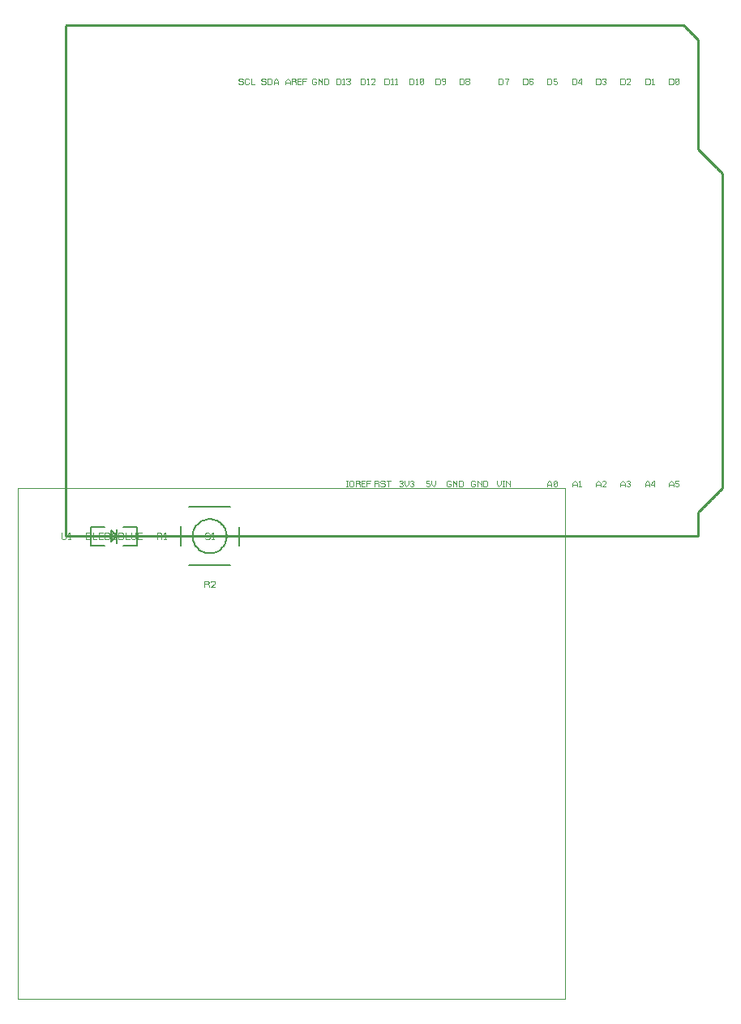
<source format=gto>
G75*
G71*
%OFA0B0*%
%FSLAX23Y23*%
%IPPOS*%
%LPD*%
%ADD10C,0.1*%
%ADD11C,0.111*%
%ADD12C,0.25*%
%ADD13C,0.203*%
%LPD*%D10*
X0Y0D02*
X0Y100D01*
X0Y200D01*
X0Y300D01*
X0Y400D01*
X0Y499D01*
X0Y599D01*
X0Y699D01*
X0Y799D01*
X0Y899D01*
X0Y999D01*
X0Y1099D01*
X0Y1199D01*
X0Y1299D01*
X0Y1398D01*
X0Y1498D01*
X0Y1598D01*
X0Y1698D01*
X0Y1798D01*
X0Y1898D01*
X0Y1998D01*
X0Y2098D01*
X0Y2198D01*
X0Y2297D01*
X0Y2397D01*
X0Y2497D01*
X0Y2597D01*
X0Y2697D01*
X0Y2797D01*
X0Y2897D01*
X0Y2997D01*
X0Y3097D01*
X0Y3196D01*
X0Y3296D01*
X0Y3396D01*
X0Y3496D01*
X0Y3596D01*
X0Y3696D01*
X0Y3796D01*
X0Y3896D01*
X0Y3995D01*
X0Y4095D01*
X0Y4195D01*
X0Y4295D01*
X0Y4395D01*
X0Y4495D01*
X0Y4595D01*
X0Y4695D01*
X0Y4795D01*
X0Y4894D01*
X0Y4994D01*
X0Y5094D01*
X0Y5194D01*
X0Y5294D01*
X0Y5394D01*
X0Y5494D01*
X0Y5594D01*
X0Y5694D01*
X0Y5793D01*
X0Y5893D01*
X0Y5993D01*
X0Y6093D01*
X0Y6193D01*
X0Y6293D01*
X0Y6393D01*
X0Y6493D01*
X0Y6593D01*
X0Y6692D01*
X0Y6792D01*
X0Y6892D01*
X0Y6992D01*
X0Y7092D01*
X0Y7192D01*
X0Y7292D01*
X0Y7392D01*
X0Y7492D01*
X0Y7591D01*
X0Y7691D01*
X0Y7791D01*
X0Y7891D01*
X0Y7991D01*
X0Y8091D01*
X0Y8191D01*
X0Y8291D01*
X0Y8391D01*
X0Y8490D01*
X0Y8590D01*
X0Y8690D01*
X0Y8790D01*
X0Y8890D01*
X0Y8990D01*
X0Y9090D01*
X0Y9190D01*
X0Y9290D01*
X0Y9389D01*
X0Y9489D01*
X0Y9589D01*
X0Y9689D01*
X0Y9789D01*
X0Y9889D01*
X0Y9989D01*
X0Y10089D01*
X0Y10188D01*
X0Y10288D01*
X0Y10388D01*
X0Y10488D01*
X0Y10588D01*
X0Y10688D01*
X0Y10788D01*
X0Y10888D01*
X0Y10988D01*
X0Y11087D01*
X0Y11187D01*
X0Y11287D01*
X0Y11387D01*
X0Y11487D01*
X0Y11587D01*
X0Y11687D01*
X0Y11787D01*
X0Y11887D01*
X0Y11986D01*
X0Y12086D01*
X0Y12186D01*
X0Y12286D01*
X0Y12386D01*
X0Y12486D01*
X0Y12586D01*
X0Y12686D01*
X0Y12786D01*
X0Y12885D01*
X0Y12985D01*
X0Y13085D01*
X0Y13185D01*
X0Y13285D01*
X0Y13385D01*
X0Y13485D01*
X0Y13585D01*
X0Y13685D01*
X0Y13784D01*
X0Y13884D01*
X0Y13984D01*
X0Y14084D01*
X0Y14184D01*
X0Y14284D01*
X0Y14384D01*
X0Y14484D01*
X0Y14584D01*
X0Y14683D01*
X0Y14783D01*
X0Y14883D01*
X0Y14983D01*
X0Y15083D01*
X0Y15183D01*
X0Y15283D01*
X0Y15383D01*
X0Y15483D01*
X0Y15582D01*
X0Y15682D01*
X0Y15782D01*
X0Y15882D01*
X0Y15982D01*
X0Y16082D01*
X0Y16182D01*
X0Y16282D01*
X0Y16381D01*
X0Y16481D01*
X0Y16581D01*
X0Y16681D01*
X0Y16781D01*
X0Y16881D01*
X0Y16981D01*
X0Y17081D01*
X0Y17181D01*
X0Y17280D01*
X0Y17380D01*
X0Y17480D01*
X0Y17580D01*
X0Y17680D01*
X0Y17780D01*
X0Y17880D01*
X0Y17980D01*
X0Y18080D01*
X0Y18179D01*
X0Y18279D01*
X0Y18379D01*
X0Y18479D01*
X0Y18579D01*
X0Y18679D01*
X0Y18779D01*
X0Y18879D01*
X0Y18979D01*
X0Y19078D01*
X0Y19178D01*
X0Y19278D01*
X0Y19378D01*
X0Y19478D01*
X0Y19578D01*
X0Y19678D01*
X0Y19778D01*
X0Y19878D01*
X0Y19977D01*
X0Y20077D01*
X0Y20177D01*
X0Y20277D01*
X0Y20377D01*
X0Y20477D01*
X0Y20577D01*
X0Y20677D01*
X0Y20777D01*
X0Y20876D01*
X0Y20976D01*
X0Y21076D01*
X0Y21176D01*
X0Y21276D01*
X0Y21376D01*
X0Y21476D01*
X0Y21576D01*
X0Y21676D01*
X0Y21775D01*
X0Y21875D01*
X0Y21975D01*
X0Y22075D01*
X0Y22175D01*
X0Y22275D01*
X0Y22375D01*
X0Y22475D01*
X0Y22575D01*
X0Y22674D01*
X0Y22774D01*
X0Y22874D01*
X0Y22974D01*
X0Y23074D01*
X0Y23174D01*
X0Y23274D01*
X0Y23374D01*
X0Y23473D01*
X0Y23573D01*
X0Y23673D01*
X0Y23773D01*
X0Y23873D01*
X0Y23973D01*
X0Y24073D01*
X0Y24173D01*
X0Y24273D01*
X0Y24372D01*
X0Y24472D01*
X0Y24572D01*
X0Y24672D01*
X0Y24772D01*
X0Y24872D01*
X0Y24972D01*
X0Y25072D01*
X0Y25172D01*
X0Y25271D01*
X0Y25371D01*
X0Y25471D01*
X0Y25571D01*
X0Y25671D01*
X0Y25771D01*
X0Y25871D01*
X0Y25971D01*
X0Y26071D01*
X0Y26170D01*
X0Y26270D01*
X0Y26370D01*
X0Y26470D01*
X0Y26570D01*
X0Y26670D01*
X0Y26770D01*
X0Y26870D01*
X0Y26970D01*
X0Y27069D01*
X0Y27169D01*
X0Y27269D01*
X0Y27369D01*
X0Y27469D01*
X0Y27569D01*
X0Y27669D01*
X0Y27769D01*
X0Y27869D01*
X0Y27968D01*
X0Y28068D01*
X0Y28168D01*
X0Y28268D01*
X0Y28368D01*
X0Y28468D01*
X0Y28568D01*
X0Y28668D01*
X0Y28768D01*
X0Y28867D01*
X0Y28967D01*
X0Y29067D01*
X0Y29167D01*
X0Y29267D01*
X0Y29367D01*
X0Y29467D01*
X0Y29567D01*
X0Y29667D01*
X0Y29766D01*
X0Y29866D01*
X0Y29966D01*
X0Y30066D01*
X0Y30166D01*
X0Y30266D01*
X0Y30366D01*
X0Y30466D01*
X0Y30565D01*
X0Y30665D01*
X0Y30765D01*
X0Y30865D01*
X0Y30965D01*
X0Y31065D01*
X0Y31165D01*
X0Y31265D01*
X0Y31365D01*
X0Y31464D01*
X0Y31564D01*
X0Y31664D01*
X0Y31764D01*
X0Y31864D01*
X0Y31964D01*
X0Y32064D01*
X0Y32164D01*
X0Y32264D01*
X0Y32363D01*
X0Y32463D01*
X0Y32563D01*
X0Y32663D01*
X0Y32763D01*
X0Y32863D01*
X0Y32963D01*
X0Y33063D01*
X0Y33163D01*
X0Y33262D01*
X0Y33362D01*
X0Y33462D01*
X0Y33562D01*
X0Y33662D01*
X0Y33762D01*
X0Y33862D01*
X0Y33962D01*
X0Y34062D01*
X0Y34161D01*
X0Y34261D01*
X0Y34361D01*
X0Y34461D01*
X0Y34561D01*
X0Y34661D01*
X0Y34761D01*
X0Y34861D01*
X0Y34961D01*
X0Y35060D01*
X0Y35160D01*
X0Y35260D01*
X0Y35360D01*
X0Y35460D01*
X0Y35560D01*
X0Y35660D01*
X0Y35760D01*
X0Y35860D01*
X0Y35959D01*
X0Y36059D01*
X0Y36159D01*
X0Y36259D01*
X0Y36359D01*
X0Y36459D01*
X0Y36559D01*
X0Y36659D01*
X0Y36759D01*
X0Y36858D01*
X0Y36958D01*
X0Y37058D01*
X0Y37158D01*
X0Y37258D01*
X0Y37358D01*
X0Y37458D01*
X0Y37558D01*
X0Y37658D01*
X0Y37757D01*
X0Y37857D01*
X0Y37957D01*
X0Y38057D01*
X0Y38157D01*
X0Y38257D01*
X0Y38357D01*
X0Y38457D01*
X0Y38556D01*
X0Y38656D01*
X0Y38756D01*
X0Y38856D01*
X0Y38956D01*
X0Y39056D01*
X0Y39156D01*
X0Y39256D01*
X0Y39356D01*
X0Y39455D01*
X0Y39555D01*
X0Y39655D01*
X0Y39755D01*
X0Y39855D01*
X0Y39955D01*
X0Y40055D01*
X0Y40155D01*
X0Y40255D01*
X0Y40354D01*
X0Y40454D01*
X0Y40554D01*
X0Y40654D01*
X0Y40754D01*
X0Y40854D01*
X0Y40954D01*
X0Y41054D01*
X0Y41154D01*
X0Y41253D01*
X0Y41353D01*
X0Y41453D01*
X0Y41553D01*
X0Y41653D01*
X0Y41753D01*
X0Y41853D01*
X0Y41953D01*
X0Y42053D01*
X0Y42152D01*
X0Y42252D01*
X0Y42352D01*
X0Y42452D01*
X0Y42552D01*
X0Y42652D01*
X0Y42752D01*
X0Y42852D01*
X0Y42952D01*
X0Y43051D01*
X0Y43151D01*
X0Y43251D01*
X0Y43351D01*
X0Y43451D01*
X0Y43551D01*
X0Y43651D01*
X0Y43751D01*
X0Y43851D01*
X0Y43950D01*
X0Y44050D01*
X0Y44150D01*
X0Y44250D01*
X0Y44350D01*
X0Y44450D01*
X0Y44550D01*
X0Y44650D01*
X0Y44750D01*
X0Y44849D01*
X0Y44949D01*
X0Y45049D01*
X0Y45149D01*
X0Y45249D01*
X0Y45349D01*
X0Y45449D01*
X0Y45549D01*
X0Y45649D01*
X0Y45748D01*
X0Y45848D01*
X0Y45948D01*
X0Y46048D01*
X0Y46148D01*
X0Y46248D01*
X0Y46348D01*
X0Y46448D01*
X0Y46548D01*
X0Y46647D01*
X0Y46747D01*
X0Y46847D01*
X0Y46947D01*
X0Y47047D01*
X0Y47147D01*
X0Y47247D01*
X0Y47347D01*
X0Y47447D01*
X0Y47546D01*
X0Y47646D01*
X0Y47746D01*
X0Y47846D01*
X0Y47946D01*
X0Y48046D01*
X0Y48146D01*
X0Y48246D01*
X0Y48346D01*
X0Y48445D01*
X0Y48545D01*
X0Y48645D01*
X0Y48745D01*
X0Y48845D01*
X0Y48945D01*
X0Y49045D01*
X0Y49145D01*
X0Y49244D01*
X0Y49344D01*
X0Y49444D01*
X0Y49544D01*
X0Y49644D01*
X0Y49744D01*
X0Y49844D01*
X0Y49944D01*
X0Y50044D01*
X0Y50143D01*
X0Y50243D01*
X0Y50343D01*
X0Y50443D01*
X0Y50543D01*
X0Y50643D01*
X0Y50743D01*
X0Y50843D01*
X0Y50943D01*
X0Y51043D01*
X0Y51142D01*
X0Y51242D01*
X0Y51342D01*
X0Y51442D01*
X0Y51542D01*
X0Y51642D01*
X0Y51742D01*
X0Y51842D01*
X0Y51942D01*
X0Y52041D01*
X0Y52141D01*
X0Y52241D01*
X0Y52341D01*
X0Y52441D01*
X0Y52541D01*
X0Y52641D01*
X0Y52741D01*
X0Y52841D01*
X0Y52940D01*
X0Y53040D01*
X0Y53140D01*
X0Y53240D01*
X0Y53340D01*
X100Y53340D01*
X200Y53340D01*
X300Y53340D01*
X400Y53340D01*
X500Y53340D01*
X599Y53340D01*
X699Y53340D01*
X799Y53340D01*
X899Y53340D01*
X999Y53340D01*
X1099Y53340D01*
X1199Y53340D01*
X1299Y53340D01*
X1399Y53340D01*
X1499Y53340D01*
X1599Y53340D01*
X1699Y53340D01*
X1798Y53340D01*
X1898Y53340D01*
X1998Y53340D01*
X2098Y53340D01*
X2198Y53340D01*
X2298Y53340D01*
X2398Y53340D01*
X2498Y53340D01*
X2598Y53340D01*
X2698Y53340D01*
X2798Y53340D01*
X2897Y53340D01*
X2997Y53340D01*
X3097Y53340D01*
X3197Y53340D01*
X3297Y53340D01*
X3397Y53340D01*
X3497Y53340D01*
X3597Y53340D01*
X3697Y53340D01*
X3797Y53340D01*
X3897Y53340D01*
X3996Y53340D01*
X4096Y53340D01*
X4196Y53340D01*
X4296Y53340D01*
X4396Y53340D01*
X4496Y53340D01*
X4596Y53340D01*
X4696Y53340D01*
X4796Y53340D01*
X4896Y53340D01*
X4996Y53340D01*
X5096Y53340D01*
X5195Y53340D01*
X5295Y53340D01*
X5395Y53340D01*
X5495Y53340D01*
X5595Y53340D01*
X5695Y53340D01*
X5795Y53340D01*
X5895Y53340D01*
X5995Y53340D01*
X6095Y53340D01*
X6195Y53340D01*
X6294Y53340D01*
X6394Y53340D01*
X6494Y53340D01*
X6594Y53340D01*
X6694Y53340D01*
X6794Y53340D01*
X6894Y53340D01*
X6994Y53340D01*
X7094Y53340D01*
X7194Y53340D01*
X7294Y53340D01*
X7393Y53340D01*
X7493Y53340D01*
X7593Y53340D01*
X7693Y53340D01*
X7793Y53340D01*
X7893Y53340D01*
X7993Y53340D01*
X8093Y53340D01*
X8193Y53340D01*
X8293Y53340D01*
X8393Y53340D01*
X8493Y53340D01*
X8592Y53340D01*
X8692Y53340D01*
X8792Y53340D01*
X8892Y53340D01*
X8992Y53340D01*
X9092Y53340D01*
X9192Y53340D01*
X9292Y53340D01*
X9392Y53340D01*
X9492Y53340D01*
X9592Y53340D01*
X9691Y53340D01*
X9791Y53340D01*
X9891Y53340D01*
X9991Y53340D01*
X10091Y53340D01*
X10191Y53340D01*
X10291Y53340D01*
X10391Y53340D01*
X10491Y53340D01*
X10591Y53340D01*
X10691Y53340D01*
X10791Y53340D01*
X10890Y53340D01*
X10990Y53340D01*
X11090Y53340D01*
X11190Y53340D01*
X11290Y53340D01*
X11390Y53340D01*
X11490Y53340D01*
X11590Y53340D01*
X11690Y53340D01*
X11790Y53340D01*
X11890Y53340D01*
X11989Y53340D01*
X12089Y53340D01*
X12189Y53340D01*
X12289Y53340D01*
X12389Y53340D01*
X12489Y53340D01*
X12589Y53340D01*
X12689Y53340D01*
X12789Y53340D01*
X12889Y53340D01*
X12989Y53340D01*
X13088Y53340D01*
X13188Y53340D01*
X13288Y53340D01*
X13388Y53340D01*
X13488Y53340D01*
X13588Y53340D01*
X13688Y53340D01*
X13788Y53340D01*
X13888Y53340D01*
X13988Y53340D01*
X14088Y53340D01*
X14188Y53340D01*
X14287Y53340D01*
X14387Y53340D01*
X14487Y53340D01*
X14587Y53340D01*
X14687Y53340D01*
X14787Y53340D01*
X14887Y53340D01*
X14987Y53340D01*
X15087Y53340D01*
X15187Y53340D01*
X15287Y53340D01*
X15386Y53340D01*
X15486Y53340D01*
X15586Y53340D01*
X15686Y53340D01*
X15786Y53340D01*
X15886Y53340D01*
X15986Y53340D01*
X16086Y53340D01*
X16186Y53340D01*
X16286Y53340D01*
X16386Y53340D01*
X16485Y53340D01*
X16585Y53340D01*
X16685Y53340D01*
X16785Y53340D01*
X16885Y53340D01*
X16985Y53340D01*
X17085Y53340D01*
X17185Y53340D01*
X17285Y53340D01*
X17385Y53340D01*
X17485Y53340D01*
X17585Y53340D01*
X17684Y53340D01*
X17784Y53340D01*
X17884Y53340D01*
X17984Y53340D01*
X18084Y53340D01*
X18184Y53340D01*
X18284Y53340D01*
X18384Y53340D01*
X18484Y53340D01*
X18584Y53340D01*
X18684Y53340D01*
X18783Y53340D01*
X18883Y53340D01*
X18983Y53340D01*
X19083Y53340D01*
X19183Y53340D01*
X19283Y53340D01*
X19383Y53340D01*
X19483Y53340D01*
X19583Y53340D01*
X19683Y53340D01*
X19783Y53340D01*
X19883Y53340D01*
X19982Y53340D01*
X20082Y53340D01*
X20182Y53340D01*
X20282Y53340D01*
X20382Y53340D01*
X20482Y53340D01*
X20582Y53340D01*
X20682Y53340D01*
X20782Y53340D01*
X20882Y53340D01*
X20982Y53340D01*
X21081Y53340D01*
X21181Y53340D01*
X21281Y53340D01*
X21381Y53340D01*
X21481Y53340D01*
X21581Y53340D01*
X21681Y53340D01*
X21781Y53340D01*
X21881Y53340D01*
X21981Y53340D01*
X22081Y53340D01*
X22180Y53340D01*
X22280Y53340D01*
X22380Y53340D01*
X22480Y53340D01*
X22580Y53340D01*
X22680Y53340D01*
X22780Y53340D01*
X22880Y53340D01*
X22980Y53340D01*
X23080Y53340D01*
X23180Y53340D01*
X23280Y53340D01*
X23379Y53340D01*
X23479Y53340D01*
X23579Y53340D01*
X23679Y53340D01*
X23779Y53340D01*
X23879Y53340D01*
X23979Y53340D01*
X24079Y53340D01*
X24179Y53340D01*
X24279Y53340D01*
X24379Y53340D01*
X24478Y53340D01*
X24578Y53340D01*
X24678Y53340D01*
X24778Y53340D01*
X24878Y53340D01*
X24978Y53340D01*
X25078Y53340D01*
X25178Y53340D01*
X25278Y53340D01*
X25378Y53340D01*
X25478Y53340D01*
X25578Y53340D01*
X25677Y53340D01*
X25777Y53340D01*
X25877Y53340D01*
X25977Y53340D01*
X26077Y53340D01*
X26177Y53340D01*
X26277Y53340D01*
X26377Y53340D01*
X26477Y53340D01*
X26577Y53340D01*
X26677Y53340D01*
X26776Y53340D01*
X26876Y53340D01*
X26976Y53340D01*
X27076Y53340D01*
X27176Y53340D01*
X27276Y53340D01*
X27376Y53340D01*
X27476Y53340D01*
X27576Y53340D01*
X27676Y53340D01*
X27776Y53340D01*
X27875Y53340D01*
X27975Y53340D01*
X28075Y53340D01*
X28175Y53340D01*
X28275Y53340D01*
X28375Y53340D01*
X28475Y53340D01*
X28575Y53340D01*
X28675Y53340D01*
X28775Y53340D01*
X28875Y53340D01*
X28975Y53340D01*
X29074Y53340D01*
X29174Y53340D01*
X29274Y53340D01*
X29374Y53340D01*
X29474Y53340D01*
X29574Y53340D01*
X29674Y53340D01*
X29774Y53340D01*
X29874Y53340D01*
X29974Y53340D01*
X30074Y53340D01*
X30173Y53340D01*
X30273Y53340D01*
X30373Y53340D01*
X30473Y53340D01*
X30573Y53340D01*
X30673Y53340D01*
X30773Y53340D01*
X30873Y53340D01*
X30973Y53340D01*
X31073Y53340D01*
X31173Y53340D01*
X31273Y53340D01*
X31372Y53340D01*
X31472Y53340D01*
X31572Y53340D01*
X31672Y53340D01*
X31772Y53340D01*
X31872Y53340D01*
X31972Y53340D01*
X32072Y53340D01*
X32172Y53340D01*
X32272Y53340D01*
X32372Y53340D01*
X32471Y53340D01*
X32571Y53340D01*
X32671Y53340D01*
X32771Y53340D01*
X32871Y53340D01*
X32971Y53340D01*
X33071Y53340D01*
X33171Y53340D01*
X33271Y53340D01*
X33371Y53340D01*
X33471Y53340D01*
X33571Y53340D01*
X33670Y53340D01*
X33770Y53340D01*
X33870Y53340D01*
X33970Y53340D01*
X34070Y53340D01*
X34170Y53340D01*
X34270Y53340D01*
X34370Y53340D01*
X34470Y53340D01*
X34570Y53340D01*
X34670Y53340D01*
X34769Y53340D01*
X34869Y53340D01*
X34969Y53340D01*
X35069Y53340D01*
X35169Y53340D01*
X35269Y53340D01*
X35369Y53340D01*
X35469Y53340D01*
X35569Y53340D01*
X35669Y53340D01*
X35769Y53340D01*
X35868Y53340D01*
X35968Y53340D01*
X36068Y53340D01*
X36168Y53340D01*
X36268Y53340D01*
X36368Y53340D01*
X36468Y53340D01*
X36568Y53340D01*
X36668Y53340D01*
X36768Y53340D01*
X36868Y53340D01*
X36968Y53340D01*
X37067Y53340D01*
X37167Y53340D01*
X37267Y53340D01*
X37367Y53340D01*
X37467Y53340D01*
X37567Y53340D01*
X37667Y53340D01*
X37767Y53340D01*
X37867Y53340D01*
X37967Y53340D01*
X38067Y53340D01*
X38166Y53340D01*
X38266Y53340D01*
X38366Y53340D01*
X38466Y53340D01*
X38566Y53340D01*
X38666Y53340D01*
X38766Y53340D01*
X38866Y53340D01*
X38966Y53340D01*
X39066Y53340D01*
X39166Y53340D01*
X39265Y53340D01*
X39365Y53340D01*
X39465Y53340D01*
X39565Y53340D01*
X39665Y53340D01*
X39765Y53340D01*
X39865Y53340D01*
X39965Y53340D01*
X40065Y53340D01*
X40165Y53340D01*
X40265Y53340D01*
X40365Y53340D01*
X40464Y53340D01*
X40564Y53340D01*
X40664Y53340D01*
X40764Y53340D01*
X40864Y53340D01*
X40964Y53340D01*
X41064Y53340D01*
X41164Y53340D01*
X41264Y53340D01*
X41364Y53340D01*
X41464Y53340D01*
X41563Y53340D01*
X41663Y53340D01*
X41763Y53340D01*
X41863Y53340D01*
X41963Y53340D01*
X42063Y53340D01*
X42163Y53340D01*
X42263Y53340D01*
X42363Y53340D01*
X42463Y53340D01*
X42563Y53340D01*
X42663Y53340D01*
X42762Y53340D01*
X42862Y53340D01*
X42962Y53340D01*
X43062Y53340D01*
X43162Y53340D01*
X43262Y53340D01*
X43362Y53340D01*
X43462Y53340D01*
X43562Y53340D01*
X43662Y53340D01*
X43762Y53340D01*
X43861Y53340D01*
X43961Y53340D01*
X44061Y53340D01*
X44161Y53340D01*
X44261Y53340D01*
X44361Y53340D01*
X44461Y53340D01*
X44561Y53340D01*
X44661Y53340D01*
X44761Y53340D01*
X44861Y53340D01*
X44961Y53340D01*
X45060Y53340D01*
X45160Y53340D01*
X45260Y53340D01*
X45360Y53340D01*
X45460Y53340D01*
X45560Y53340D01*
X45660Y53340D01*
X45760Y53340D01*
X45860Y53340D01*
X45960Y53340D01*
X46060Y53340D01*
X46159Y53340D01*
X46259Y53340D01*
X46359Y53340D01*
X46459Y53340D01*
X46559Y53340D01*
X46659Y53340D01*
X46759Y53340D01*
X46859Y53340D01*
X46959Y53340D01*
X47059Y53340D01*
X47159Y53340D01*
X47259Y53340D01*
X47358Y53340D01*
X47458Y53340D01*
X47558Y53340D01*
X47658Y53340D01*
X47758Y53340D01*
X47858Y53340D01*
X47958Y53340D01*
X48058Y53340D01*
X48158Y53340D01*
X48258Y53340D01*
X48358Y53340D01*
X48457Y53340D01*
X48557Y53340D01*
X48657Y53340D01*
X48757Y53340D01*
X48857Y53340D01*
X48957Y53340D01*
X49057Y53340D01*
X49157Y53340D01*
X49257Y53340D01*
X49357Y53340D01*
X49457Y53340D01*
X49557Y53340D01*
X49656Y53340D01*
X49756Y53340D01*
X49856Y53340D01*
X49956Y53340D01*
X50056Y53340D01*
X50156Y53340D01*
X50256Y53340D01*
X50356Y53340D01*
X50456Y53340D01*
X50556Y53340D01*
X50656Y53340D01*
X50755Y53340D01*
X50855Y53340D01*
X50955Y53340D01*
X51055Y53340D01*
X51155Y53340D01*
X51255Y53340D01*
X51355Y53340D01*
X51455Y53340D01*
X51555Y53340D01*
X51655Y53340D01*
X51755Y53340D01*
X51855Y53340D01*
X51954Y53340D01*
X52054Y53340D01*
X52154Y53340D01*
X52254Y53340D01*
X52354Y53340D01*
X52454Y53340D01*
X52554Y53340D01*
X52654Y53340D01*
X52754Y53340D01*
X52854Y53340D01*
X52954Y53340D01*
X53053Y53340D01*
X53153Y53340D01*
X53253Y53340D01*
X53353Y53340D01*
X53453Y53340D01*
X53553Y53340D01*
X53653Y53340D01*
X53753Y53340D01*
X53853Y53340D01*
X53953Y53340D01*
X54053Y53340D01*
X54153Y53340D01*
X54252Y53340D01*
X54352Y53340D01*
X54452Y53340D01*
X54552Y53340D01*
X54652Y53340D01*
X54752Y53340D01*
X54852Y53340D01*
X54952Y53340D01*
X55052Y53340D01*
X55152Y53340D01*
X55252Y53340D01*
X55351Y53340D01*
X55451Y53340D01*
X55551Y53340D01*
X55651Y53340D01*
X55751Y53340D01*
X55851Y53340D01*
X55951Y53340D01*
X56051Y53340D01*
X56151Y53340D01*
X56251Y53340D01*
X56351Y53340D01*
X56451Y53340D01*
X56550Y53340D01*
X56650Y53340D01*
X56750Y53340D01*
X56850Y53340D01*
X56950Y53340D01*
X57050Y53340D01*
X57150Y53340D01*
X57150Y53240D01*
X57150Y53140D01*
X57150Y53040D01*
X57150Y52940D01*
X57150Y52841D01*
X57150Y52741D01*
X57150Y52641D01*
X57150Y52541D01*
X57150Y52441D01*
X57150Y52341D01*
X57150Y52241D01*
X57150Y52141D01*
X57150Y52041D01*
X57150Y51942D01*
X57150Y51842D01*
X57150Y51742D01*
X57150Y51642D01*
X57150Y51542D01*
X57150Y51442D01*
X57150Y51342D01*
X57150Y51242D01*
X57150Y51142D01*
X57150Y51043D01*
X57150Y50943D01*
X57150Y50843D01*
X57150Y50743D01*
X57150Y50643D01*
X57150Y50543D01*
X57150Y50443D01*
X57150Y50343D01*
X57150Y50243D01*
X57150Y50144D01*
X57150Y50044D01*
X57150Y49944D01*
X57150Y49844D01*
X57150Y49744D01*
X57150Y49644D01*
X57150Y49544D01*
X57150Y49444D01*
X57150Y49345D01*
X57150Y49245D01*
X57150Y49145D01*
X57150Y49045D01*
X57150Y48945D01*
X57150Y48845D01*
X57150Y48745D01*
X57150Y48645D01*
X57150Y48545D01*
X57150Y48446D01*
X57150Y48346D01*
X57150Y48246D01*
X57150Y48146D01*
X57150Y48046D01*
X57150Y47946D01*
X57150Y47846D01*
X57150Y47746D01*
X57150Y47646D01*
X57150Y47547D01*
X57150Y47447D01*
X57150Y47347D01*
X57150Y47247D01*
X57150Y47147D01*
X57150Y47047D01*
X57150Y46947D01*
X57150Y46847D01*
X57150Y46747D01*
X57150Y46648D01*
X57150Y46548D01*
X57150Y46448D01*
X57150Y46348D01*
X57150Y46248D01*
X57150Y46148D01*
X57150Y46048D01*
X57150Y45948D01*
X57150Y45848D01*
X57150Y45749D01*
X57150Y45649D01*
X57150Y45549D01*
X57150Y45449D01*
X57150Y45349D01*
X57150Y45249D01*
X57150Y45149D01*
X57150Y45049D01*
X57150Y44949D01*
X57150Y44850D01*
X57150Y44750D01*
X57150Y44650D01*
X57150Y44550D01*
X57150Y44450D01*
X57150Y44350D01*
X57150Y44250D01*
X57150Y44150D01*
X57150Y44050D01*
X57150Y43951D01*
X57150Y43851D01*
X57150Y43751D01*
X57150Y43651D01*
X57150Y43551D01*
X57150Y43451D01*
X57150Y43351D01*
X57150Y43251D01*
X57150Y43152D01*
X57150Y43052D01*
X57150Y42952D01*
X57150Y42852D01*
X57150Y42752D01*
X57150Y42652D01*
X57150Y42552D01*
X57150Y42452D01*
X57150Y42352D01*
X57150Y42253D01*
X57150Y42153D01*
X57150Y42053D01*
X57150Y41953D01*
X57150Y41853D01*
X57150Y41753D01*
X57150Y41653D01*
X57150Y41553D01*
X57150Y41453D01*
X57150Y41354D01*
X57150Y41254D01*
X57150Y41154D01*
X57150Y41054D01*
X57150Y40954D01*
X57150Y40854D01*
X57150Y40754D01*
X57150Y40654D01*
X57150Y40554D01*
X57150Y40455D01*
X57150Y40355D01*
X57150Y40255D01*
X57150Y40155D01*
X57150Y40055D01*
X57150Y39955D01*
X57150Y39855D01*
X57150Y39755D01*
X57150Y39655D01*
X57150Y39556D01*
X57150Y39456D01*
X57150Y39356D01*
X57150Y39256D01*
X57150Y39156D01*
X57150Y39056D01*
X57150Y38956D01*
X57150Y38856D01*
X57150Y38756D01*
X57150Y38657D01*
X57150Y38557D01*
X57150Y38457D01*
X57150Y38357D01*
X57150Y38257D01*
X57150Y38157D01*
X57150Y38057D01*
X57150Y37957D01*
X57150Y37857D01*
X57150Y37758D01*
X57150Y37658D01*
X57150Y37558D01*
X57150Y37458D01*
X57150Y37358D01*
X57150Y37258D01*
X57150Y37158D01*
X57150Y37058D01*
X57150Y36959D01*
X57150Y36859D01*
X57150Y36759D01*
X57150Y36659D01*
X57150Y36559D01*
X57150Y36459D01*
X57150Y36359D01*
X57150Y36259D01*
X57150Y36159D01*
X57150Y36060D01*
X57150Y35960D01*
X57150Y35860D01*
X57150Y35760D01*
X57150Y35660D01*
X57150Y35560D01*
X57150Y35460D01*
X57150Y35360D01*
X57150Y35260D01*
X57150Y35161D01*
X57150Y35061D01*
X57150Y34961D01*
X57150Y34861D01*
X57150Y34761D01*
X57150Y34661D01*
X57150Y34561D01*
X57150Y34461D01*
X57150Y34361D01*
X57150Y34262D01*
X57150Y34162D01*
X57150Y34062D01*
X57150Y33962D01*
X57150Y33862D01*
X57150Y33762D01*
X57150Y33662D01*
X57150Y33562D01*
X57150Y33462D01*
X57150Y33363D01*
X57150Y33263D01*
X57150Y33163D01*
X57150Y33063D01*
X57150Y32963D01*
X57150Y32863D01*
X57150Y32763D01*
X57150Y32663D01*
X57150Y32563D01*
X57150Y32464D01*
X57150Y32364D01*
X57150Y32264D01*
X57150Y32164D01*
X57150Y32064D01*
X57150Y31964D01*
X57150Y31864D01*
X57150Y31764D01*
X57150Y31664D01*
X57150Y31565D01*
X57150Y31465D01*
X57150Y31365D01*
X57150Y31265D01*
X57150Y31165D01*
X57150Y31065D01*
X57150Y30965D01*
X57150Y30865D01*
X57150Y30765D01*
X57150Y30666D01*
X57150Y30566D01*
X57150Y30466D01*
X57150Y30366D01*
X57150Y30266D01*
X57150Y30166D01*
X57150Y30066D01*
X57150Y29966D01*
X57150Y29867D01*
X57150Y29767D01*
X57150Y29667D01*
X57150Y29567D01*
X57150Y29467D01*
X57150Y29367D01*
X57150Y29267D01*
X57150Y29167D01*
X57150Y29067D01*
X57150Y28968D01*
X57150Y28868D01*
X57150Y28768D01*
X57150Y28668D01*
X57150Y28568D01*
X57150Y28468D01*
X57150Y28368D01*
X57150Y28268D01*
X57150Y28168D01*
X57150Y28069D01*
X57150Y27969D01*
X57150Y27869D01*
X57150Y27769D01*
X57150Y27669D01*
X57150Y27569D01*
X57150Y27469D01*
X57150Y27369D01*
X57150Y27269D01*
X57150Y27170D01*
X57150Y27070D01*
X57150Y26970D01*
X57150Y26870D01*
X57150Y26770D01*
X57150Y26670D01*
X57150Y26570D01*
X57150Y26470D01*
X57150Y26370D01*
X57150Y26271D01*
X57150Y26171D01*
X57150Y26071D01*
X57150Y25971D01*
X57150Y25871D01*
X57150Y25771D01*
X57150Y25671D01*
X57150Y25571D01*
X57150Y25471D01*
X57150Y25372D01*
X57150Y25272D01*
X57150Y25172D01*
X57150Y25072D01*
X57150Y24972D01*
X57150Y24872D01*
X57150Y24772D01*
X57150Y24672D01*
X57150Y24572D01*
X57150Y24473D01*
X57150Y24373D01*
X57150Y24273D01*
X57150Y24173D01*
X57150Y24073D01*
X57150Y23973D01*
X57150Y23873D01*
X57150Y23773D01*
X57150Y23673D01*
X57150Y23574D01*
X57150Y23474D01*
X57150Y23374D01*
X57150Y23274D01*
X57150Y23174D01*
X57150Y23074D01*
X57150Y22974D01*
X57150Y22874D01*
X57150Y22775D01*
X57150Y22675D01*
X57150Y22575D01*
X57150Y22475D01*
X57150Y22375D01*
X57150Y22275D01*
X57150Y22175D01*
X57150Y22075D01*
X57150Y21975D01*
X57150Y21876D01*
X57150Y21776D01*
X57150Y21676D01*
X57150Y21576D01*
X57150Y21476D01*
X57150Y21376D01*
X57150Y21276D01*
X57150Y21176D01*
X57150Y21076D01*
X57150Y20977D01*
X57150Y20877D01*
X57150Y20777D01*
X57150Y20677D01*
X57150Y20577D01*
X57150Y20477D01*
X57150Y20377D01*
X57150Y20277D01*
X57150Y20177D01*
X57150Y20078D01*
X57150Y19978D01*
X57150Y19878D01*
X57150Y19778D01*
X57150Y19678D01*
X57150Y19578D01*
X57150Y19478D01*
X57150Y19378D01*
X57150Y19278D01*
X57150Y19179D01*
X57150Y19079D01*
X57150Y18979D01*
X57150Y18879D01*
X57150Y18779D01*
X57150Y18679D01*
X57150Y18579D01*
X57150Y18479D01*
X57150Y18379D01*
X57150Y18280D01*
X57150Y18180D01*
X57150Y18080D01*
X57150Y17980D01*
X57150Y17880D01*
X57150Y17780D01*
X57150Y17680D01*
X57150Y17580D01*
X57150Y17480D01*
X57150Y17381D01*
X57150Y17281D01*
X57150Y17181D01*
X57150Y17081D01*
X57150Y16981D01*
X57150Y16881D01*
X57150Y16781D01*
X57150Y16681D01*
X57150Y16581D01*
X57150Y16482D01*
X57150Y16382D01*
X57150Y16282D01*
X57150Y16182D01*
X57150Y16082D01*
X57150Y15982D01*
X57150Y15882D01*
X57150Y15782D01*
X57150Y15682D01*
X57150Y15583D01*
X57150Y15483D01*
X57150Y15383D01*
X57150Y15283D01*
X57150Y15183D01*
X57150Y15083D01*
X57150Y14983D01*
X57150Y14883D01*
X57150Y14784D01*
X57150Y14684D01*
X57150Y14584D01*
X57150Y14484D01*
X57150Y14384D01*
X57150Y14284D01*
X57150Y14184D01*
X57150Y14084D01*
X57150Y13984D01*
X57150Y13885D01*
X57150Y13785D01*
X57150Y13685D01*
X57150Y13585D01*
X57150Y13485D01*
X57150Y13385D01*
X57150Y13285D01*
X57150Y13185D01*
X57150Y13085D01*
X57150Y12986D01*
X57150Y12886D01*
X57150Y12786D01*
X57150Y12686D01*
X57150Y12586D01*
X57150Y12486D01*
X57150Y12386D01*
X57150Y12286D01*
X57150Y12186D01*
X57150Y12087D01*
X57150Y11987D01*
X57150Y11887D01*
X57150Y11787D01*
X57150Y11687D01*
X57150Y11587D01*
X57150Y11487D01*
X57150Y11387D01*
X57150Y11287D01*
X57150Y11188D01*
X57150Y11088D01*
X57150Y10988D01*
X57150Y10888D01*
X57150Y10788D01*
X57150Y10688D01*
X57150Y10588D01*
X57150Y10488D01*
X57150Y10388D01*
X57150Y10289D01*
X57150Y10189D01*
X57150Y10089D01*
X57150Y9989D01*
X57150Y9889D01*
X57150Y9789D01*
X57150Y9689D01*
X57150Y9589D01*
X57150Y9489D01*
X57150Y9390D01*
X57150Y9290D01*
X57150Y9190D01*
X57150Y9090D01*
X57150Y8990D01*
X57150Y8890D01*
X57150Y8790D01*
X57150Y8690D01*
X57150Y8590D01*
X57150Y8491D01*
X57150Y8391D01*
X57150Y8291D01*
X57150Y8191D01*
X57150Y8091D01*
X57150Y7991D01*
X57150Y7891D01*
X57150Y7791D01*
X57150Y7691D01*
X57150Y7592D01*
X57150Y7492D01*
X57150Y7392D01*
X57150Y7292D01*
X57150Y7192D01*
X57150Y7092D01*
X57150Y6992D01*
X57150Y6892D01*
X57150Y6792D01*
X57150Y6693D01*
X57150Y6593D01*
X57150Y6493D01*
X57150Y6393D01*
X57150Y6293D01*
X57150Y6193D01*
X57150Y6093D01*
X57150Y5993D01*
X57150Y5893D01*
X57150Y5794D01*
X57150Y5694D01*
X57150Y5594D01*
X57150Y5494D01*
X57150Y5394D01*
X57150Y5294D01*
X57150Y5194D01*
X57150Y5094D01*
X57150Y4994D01*
X57150Y4895D01*
X57150Y4795D01*
X57150Y4695D01*
X57150Y4595D01*
X57150Y4495D01*
X57150Y4395D01*
X57150Y4295D01*
X57150Y4195D01*
X57150Y4096D01*
X57150Y3996D01*
X57150Y3896D01*
X57150Y3796D01*
X57150Y3696D01*
X57150Y3596D01*
X57150Y3496D01*
X57150Y3396D01*
X57150Y3296D01*
X57150Y3197D01*
X57150Y3097D01*
X57150Y2997D01*
X57150Y2897D01*
X57150Y2797D01*
X57150Y2697D01*
X57150Y2597D01*
X57150Y2497D01*
X57150Y2397D01*
X57150Y2297D01*
X57150Y2198D01*
X57150Y2098D01*
X57150Y1998D01*
X57150Y1898D01*
X57150Y1798D01*
X57150Y1698D01*
X57150Y1598D01*
X57150Y1498D01*
X57150Y1398D01*
X57150Y1299D01*
X57150Y1199D01*
X57150Y1099D01*
X57150Y999D01*
X57150Y899D01*
X57150Y799D01*
X57150Y699D01*
X57150Y599D01*
X57150Y499D01*
X57150Y400D01*
X57150Y300D01*
X57150Y200D01*
X57150Y100D01*
X57150Y0D01*
X57050Y0D01*
X56950Y0D01*
X56850Y0D01*
X56750Y0D01*
X56650Y0D01*
X56551Y0D01*
X56451Y0D01*
X56351Y0D01*
X56251Y0D01*
X56151Y0D01*
X56051Y0D01*
X55951Y0D01*
X55851Y0D01*
X55751Y0D01*
X55651Y0D01*
X55551Y0D01*
X55451Y0D01*
X55352Y0D01*
X55252Y0D01*
X55152Y0D01*
X55052Y0D01*
X54952Y0D01*
X54852Y0D01*
X54752Y0D01*
X54652Y0D01*
X54552Y0D01*
X54452Y0D01*
X54352Y0D01*
X54253Y0D01*
X54153Y0D01*
X54053Y0D01*
X53953Y0D01*
X53853Y0D01*
X53753Y0D01*
X53653Y0D01*
X53553Y0D01*
X53453Y0D01*
X53353Y0D01*
X53253Y0D01*
X53154Y0D01*
X53054Y0D01*
X52954Y0D01*
X52854Y0D01*
X52754Y0D01*
X52654Y0D01*
X52554Y0D01*
X52454Y0D01*
X52354Y0D01*
X52254Y0D01*
X52154Y0D01*
X52054Y0D01*
X51955Y0D01*
X51855Y0D01*
X51755Y0D01*
X51655Y0D01*
X51555Y0D01*
X51455Y0D01*
X51355Y0D01*
X51255Y0D01*
X51155Y0D01*
X51055Y0D01*
X50955Y0D01*
X50856Y0D01*
X50756Y0D01*
X50656Y0D01*
X50556Y0D01*
X50456Y0D01*
X50356Y0D01*
X50256Y0D01*
X50156Y0D01*
X50056Y0D01*
X49956Y0D01*
X49856Y0D01*
X49757Y0D01*
X49657Y0D01*
X49557Y0D01*
X49457Y0D01*
X49357Y0D01*
X49257Y0D01*
X49157Y0D01*
X49057Y0D01*
X48957Y0D01*
X48857Y0D01*
X48757Y0D01*
X48657Y0D01*
X48558Y0D01*
X48458Y0D01*
X48358Y0D01*
X48258Y0D01*
X48158Y0D01*
X48058Y0D01*
X47958Y0D01*
X47858Y0D01*
X47758Y0D01*
X47658Y0D01*
X47558Y0D01*
X47459Y0D01*
X47359Y0D01*
X47259Y0D01*
X47159Y0D01*
X47059Y0D01*
X46959Y0D01*
X46859Y0D01*
X46759Y0D01*
X46659Y0D01*
X46559Y0D01*
X46459Y0D01*
X46359Y0D01*
X46260Y0D01*
X46160Y0D01*
X46060Y0D01*
X45960Y0D01*
X45860Y0D01*
X45760Y0D01*
X45660Y0D01*
X45560Y0D01*
X45460Y0D01*
X45360Y0D01*
X45260Y0D01*
X45161Y0D01*
X45061Y0D01*
X44961Y0D01*
X44861Y0D01*
X44761Y0D01*
X44661Y0D01*
X44561Y0D01*
X44461Y0D01*
X44361Y0D01*
X44261Y0D01*
X44161Y0D01*
X44062Y0D01*
X43962Y0D01*
X43862Y0D01*
X43762Y0D01*
X43662Y0D01*
X43562Y0D01*
X43462Y0D01*
X43362Y0D01*
X43262Y0D01*
X43162Y0D01*
X43062Y0D01*
X42962Y0D01*
X42863Y0D01*
X42763Y0D01*
X42663Y0D01*
X42563Y0D01*
X42463Y0D01*
X42363Y0D01*
X42263Y0D01*
X42163Y0D01*
X42063Y0D01*
X41963Y0D01*
X41863Y0D01*
X41764Y0D01*
X41664Y0D01*
X41564Y0D01*
X41464Y0D01*
X41364Y0D01*
X41264Y0D01*
X41164Y0D01*
X41064Y0D01*
X40964Y0D01*
X40864Y0D01*
X40764Y0D01*
X40665Y0D01*
X40565Y0D01*
X40465Y0D01*
X40365Y0D01*
X40265Y0D01*
X40165Y0D01*
X40065Y0D01*
X39965Y0D01*
X39865Y0D01*
X39765Y0D01*
X39665Y0D01*
X39565Y0D01*
X39466Y0D01*
X39366Y0D01*
X39266Y0D01*
X39166Y0D01*
X39066Y0D01*
X38966Y0D01*
X38866Y0D01*
X38766Y0D01*
X38666Y0D01*
X38566Y0D01*
X38466Y0D01*
X38367Y0D01*
X38267Y0D01*
X38167Y0D01*
X38067Y0D01*
X37967Y0D01*
X37867Y0D01*
X37767Y0D01*
X37667Y0D01*
X37567Y0D01*
X37467Y0D01*
X37367Y0D01*
X37267Y0D01*
X37168Y0D01*
X37068Y0D01*
X36968Y0D01*
X36868Y0D01*
X36768Y0D01*
X36668Y0D01*
X36568Y0D01*
X36468Y0D01*
X36368Y0D01*
X36268Y0D01*
X36168Y0D01*
X36069Y0D01*
X35969Y0D01*
X35869Y0D01*
X35769Y0D01*
X35669Y0D01*
X35569Y0D01*
X35469Y0D01*
X35369Y0D01*
X35269Y0D01*
X35169Y0D01*
X35069Y0D01*
X34970Y0D01*
X34870Y0D01*
X34770Y0D01*
X34670Y0D01*
X34570Y0D01*
X34470Y0D01*
X34370Y0D01*
X34270Y0D01*
X34170Y0D01*
X34070Y0D01*
X33970Y0D01*
X33870Y0D01*
X33771Y0D01*
X33671Y0D01*
X33571Y0D01*
X33471Y0D01*
X33371Y0D01*
X33271Y0D01*
X33171Y0D01*
X33071Y0D01*
X32971Y0D01*
X32871Y0D01*
X32771Y0D01*
X32672Y0D01*
X32572Y0D01*
X32472Y0D01*
X32372Y0D01*
X32272Y0D01*
X32172Y0D01*
X32072Y0D01*
X31972Y0D01*
X31872Y0D01*
X31772Y0D01*
X31672Y0D01*
X31572Y0D01*
X31473Y0D01*
X31373Y0D01*
X31273Y0D01*
X31173Y0D01*
X31073Y0D01*
X30973Y0D01*
X30873Y0D01*
X30773Y0D01*
X30673Y0D01*
X30573Y0D01*
X30473Y0D01*
X30374Y0D01*
X30274Y0D01*
X30174Y0D01*
X30074Y0D01*
X29974Y0D01*
X29874Y0D01*
X29774Y0D01*
X29674Y0D01*
X29574Y0D01*
X29474Y0D01*
X29374Y0D01*
X29275Y0D01*
X29175Y0D01*
X29075Y0D01*
X28975Y0D01*
X28875Y0D01*
X28775Y0D01*
X28675Y0D01*
X28575Y0D01*
X28475Y0D01*
X28375Y0D01*
X28275Y0D01*
X28175Y0D01*
X28076Y0D01*
X27976Y0D01*
X27876Y0D01*
X27776Y0D01*
X27676Y0D01*
X27576Y0D01*
X27476Y0D01*
X27376Y0D01*
X27276Y0D01*
X27176Y0D01*
X27076Y0D01*
X26977Y0D01*
X26877Y0D01*
X26777Y0D01*
X26677Y0D01*
X26577Y0D01*
X26477Y0D01*
X26377Y0D01*
X26277Y0D01*
X26177Y0D01*
X26077Y0D01*
X25977Y0D01*
X25877Y0D01*
X25778Y0D01*
X25678Y0D01*
X25578Y0D01*
X25478Y0D01*
X25378Y0D01*
X25278Y0D01*
X25178Y0D01*
X25078Y0D01*
X24978Y0D01*
X24878Y0D01*
X24778Y0D01*
X24679Y0D01*
X24579Y0D01*
X24479Y0D01*
X24379Y0D01*
X24279Y0D01*
X24179Y0D01*
X24079Y0D01*
X23979Y0D01*
X23879Y0D01*
X23779Y0D01*
X23679Y0D01*
X23579Y0D01*
X23480Y0D01*
X23380Y0D01*
X23280Y0D01*
X23180Y0D01*
X23080Y0D01*
X22980Y0D01*
X22880Y0D01*
X22780Y0D01*
X22680Y0D01*
X22580Y0D01*
X22480Y0D01*
X22381Y0D01*
X22281Y0D01*
X22181Y0D01*
X22081Y0D01*
X21981Y0D01*
X21881Y0D01*
X21781Y0D01*
X21681Y0D01*
X21581Y0D01*
X21481Y0D01*
X21381Y0D01*
X21282Y0D01*
X21182Y0D01*
X21082Y0D01*
X20982Y0D01*
X20882Y0D01*
X20782Y0D01*
X20682Y0D01*
X20582Y0D01*
X20482Y0D01*
X20382Y0D01*
X20282Y0D01*
X20182Y0D01*
X20083Y0D01*
X19983Y0D01*
X19883Y0D01*
X19783Y0D01*
X19683Y0D01*
X19583Y0D01*
X19483Y0D01*
X19383Y0D01*
X19283Y0D01*
X19183Y0D01*
X19083Y0D01*
X18984Y0D01*
X18884Y0D01*
X18784Y0D01*
X18684Y0D01*
X18584Y0D01*
X18484Y0D01*
X18384Y0D01*
X18284Y0D01*
X18184Y0D01*
X18084Y0D01*
X17984Y0D01*
X17885Y0D01*
X17785Y0D01*
X17685Y0D01*
X17585Y0D01*
X17485Y0D01*
X17385Y0D01*
X17285Y0D01*
X17185Y0D01*
X17085Y0D01*
X16985Y0D01*
X16885Y0D01*
X16785Y0D01*
X16686Y0D01*
X16586Y0D01*
X16486Y0D01*
X16386Y0D01*
X16286Y0D01*
X16186Y0D01*
X16086Y0D01*
X15986Y0D01*
X15886Y0D01*
X15786Y0D01*
X15686Y0D01*
X15587Y0D01*
X15487Y0D01*
X15387Y0D01*
X15287Y0D01*
X15187Y0D01*
X15087Y0D01*
X14987Y0D01*
X14887Y0D01*
X14787Y0D01*
X14687Y0D01*
X14587Y0D01*
X14487Y0D01*
X14388Y0D01*
X14288Y0D01*
X14188Y0D01*
X14088Y0D01*
X13988Y0D01*
X13888Y0D01*
X13788Y0D01*
X13688Y0D01*
X13588Y0D01*
X13488Y0D01*
X13388Y0D01*
X13289Y0D01*
X13189Y0D01*
X13089Y0D01*
X12989Y0D01*
X12889Y0D01*
X12789Y0D01*
X12689Y0D01*
X12589Y0D01*
X12489Y0D01*
X12389Y0D01*
X12289Y0D01*
X12189Y0D01*
X12090Y0D01*
X11990Y0D01*
X11890Y0D01*
X11790Y0D01*
X11690Y0D01*
X11590Y0D01*
X11490Y0D01*
X11390Y0D01*
X11290Y0D01*
X11190Y0D01*
X11090Y0D01*
X10991Y0D01*
X10891Y0D01*
X10791Y0D01*
X10691Y0D01*
X10591Y0D01*
X10491Y0D01*
X10391Y0D01*
X10291Y0D01*
X10191Y0D01*
X10091Y0D01*
X9991Y0D01*
X9891Y0D01*
X9792Y0D01*
X9692Y0D01*
X9592Y0D01*
X9492Y0D01*
X9392Y0D01*
X9292Y0D01*
X9192Y0D01*
X9092Y0D01*
X8992Y0D01*
X8892Y0D01*
X8792Y0D01*
X8693Y0D01*
X8593Y0D01*
X8493Y0D01*
X8393Y0D01*
X8293Y0D01*
X8193Y0D01*
X8093Y0D01*
X7993Y0D01*
X7893Y0D01*
X7793Y0D01*
X7693Y0D01*
X7593Y0D01*
X7494Y0D01*
X7394Y0D01*
X7294Y0D01*
X7194Y0D01*
X7094Y0D01*
X6994Y0D01*
X6894Y0D01*
X6794Y0D01*
X6694Y0D01*
X6594Y0D01*
X6494Y0D01*
X6395Y0D01*
X6295Y0D01*
X6195Y0D01*
X6095Y0D01*
X5995Y0D01*
X5895Y0D01*
X5795Y0D01*
X5695Y0D01*
X5595Y0D01*
X5495Y0D01*
X5395Y0D01*
X5295Y0D01*
X5196Y0D01*
X5096Y0D01*
X4996Y0D01*
X4896Y0D01*
X4796Y0D01*
X4696Y0D01*
X4596Y0D01*
X4496Y0D01*
X4396Y0D01*
X4296Y0D01*
X4196Y0D01*
X4097Y0D01*
X3997Y0D01*
X3897Y0D01*
X3797Y0D01*
X3697Y0D01*
X3597Y0D01*
X3497Y0D01*
X3397Y0D01*
X3297Y0D01*
X3197Y0D01*
X3097Y0D01*
X2997Y0D01*
X2898Y0D01*
X2798Y0D01*
X2698Y0D01*
X2598Y0D01*
X2498Y0D01*
X2398Y0D01*
X2298Y0D01*
X2198Y0D01*
X2098Y0D01*
X1998Y0D01*
X1898Y0D01*
X1799Y0D01*
X1699Y0D01*
X1599Y0D01*
X1499Y0D01*
X1399Y0D01*
X1299Y0D01*
X1199Y0D01*
X1099Y0D01*
X999Y0D01*
X899Y0D01*
X799Y0D01*
X699Y0D01*
X600Y0D01*
X500Y0D01*
X400Y0D01*
X300Y0D01*
X200Y0D01*
X100Y0D01*
X0Y0D01*
X0Y0D01*
D11*
X4542Y48673D02*
X4542Y48090D01*
X4625Y48007D01*
X4903Y48007D01*
X4986Y48090D01*
X4986Y48673D01*
D11*
X5347Y48007D02*
X5347Y48673D01*
X5292Y48673D01*
X5208Y48562D01*
D11*
X5208Y48007D02*
X5458Y48007D01*
D12*
X5000Y48340D02*
X5000Y48440D01*
X5000Y48540D01*
X5000Y48640D01*
X5000Y48740D01*
X5000Y48840D01*
X5000Y48940D01*
X5000Y49040D01*
X5000Y49140D01*
X5000Y49240D01*
X5000Y49340D01*
X5000Y49440D01*
X5000Y49540D01*
X5000Y49640D01*
X5000Y49740D01*
X5000Y49840D01*
X5000Y49940D01*
X5000Y50040D01*
X5000Y50140D01*
X5000Y50240D01*
X5000Y50340D01*
X5000Y50440D01*
X5000Y50540D01*
X5000Y50640D01*
X5000Y50740D01*
X5000Y50840D01*
X5000Y50940D01*
X5000Y51040D01*
X5000Y51140D01*
X5000Y51240D01*
X5000Y51340D01*
X5000Y51440D01*
X5000Y51540D01*
X5000Y51640D01*
X5000Y51740D01*
X5000Y51840D01*
X5000Y51940D01*
X5000Y52040D01*
X5000Y52140D01*
X5000Y52240D01*
X5000Y52340D01*
X5000Y52439D01*
X5000Y52539D01*
X5000Y52639D01*
X5000Y52739D01*
X5000Y52839D01*
X5000Y52939D01*
X5000Y53039D01*
X5000Y53139D01*
X5000Y53239D01*
X5000Y53339D01*
X5000Y53439D01*
X5000Y53539D01*
X5000Y53639D01*
X5000Y53739D01*
X5000Y53839D01*
X5000Y53939D01*
X5000Y54039D01*
X5000Y54139D01*
X5000Y54239D01*
X5000Y54339D01*
X5000Y54439D01*
X5000Y54539D01*
X5000Y54639D01*
X5000Y54739D01*
X5000Y54839D01*
X5000Y54939D01*
X5000Y55039D01*
X5000Y55139D01*
X5000Y55239D01*
X5000Y55339D01*
X5000Y55439D01*
X5000Y55539D01*
X5000Y55639D01*
X5000Y55739D01*
X5000Y55839D01*
X5000Y55939D01*
X5000Y56039D01*
X5000Y56139D01*
X5000Y56239D01*
X5000Y56339D01*
X5000Y56439D01*
X5000Y56539D01*
X5000Y56639D01*
X5000Y56739D01*
X5000Y56839D01*
X5000Y56939D01*
X5000Y57039D01*
X5000Y57139D01*
X5000Y57239D01*
X5000Y57339D01*
X5000Y57439D01*
X5000Y57539D01*
X5000Y57639D01*
X5000Y57739D01*
X5000Y57839D01*
X5000Y57939D01*
X5000Y58039D01*
X5000Y58139D01*
X5000Y58239D01*
X5000Y58339D01*
X5000Y58439D01*
X5000Y58539D01*
X5000Y58639D01*
X5000Y58739D01*
X5000Y58839D01*
X5000Y58939D01*
X5000Y59039D01*
X5000Y59139D01*
X5000Y59239D01*
X5000Y59339D01*
X5000Y59439D01*
X5000Y59539D01*
X5000Y59639D01*
X5000Y59739D01*
X5000Y59839D01*
X5000Y59939D01*
X5000Y60039D01*
X5000Y60139D01*
X5000Y60239D01*
X5000Y60339D01*
X5000Y60438D01*
X5000Y60538D01*
X5000Y60638D01*
X5000Y60738D01*
X5000Y60838D01*
X5000Y60938D01*
X5000Y61038D01*
X5000Y61138D01*
X5000Y61238D01*
X5000Y61338D01*
X5000Y61438D01*
X5000Y61538D01*
X5000Y61638D01*
X5000Y61738D01*
X5000Y61838D01*
X5000Y61938D01*
X5000Y62038D01*
X5000Y62138D01*
X5000Y62238D01*
X5000Y62338D01*
X5000Y62438D01*
X5000Y62538D01*
X5000Y62638D01*
X5000Y62738D01*
X5000Y62838D01*
X5000Y62938D01*
X5000Y63038D01*
X5000Y63138D01*
X5000Y63238D01*
X5000Y63338D01*
X5000Y63438D01*
X5000Y63538D01*
X5000Y63638D01*
X5000Y63738D01*
X5000Y63838D01*
X5000Y63938D01*
X5000Y64038D01*
X5000Y64138D01*
X5000Y64238D01*
X5000Y64338D01*
X5000Y64438D01*
X5000Y64538D01*
X5000Y64638D01*
X5000Y64738D01*
X5000Y64838D01*
X5000Y64938D01*
X5000Y65038D01*
X5000Y65138D01*
X5000Y65238D01*
X5000Y65338D01*
X5000Y65438D01*
X5000Y65538D01*
X5000Y65638D01*
X5000Y65738D01*
X5000Y65838D01*
X5000Y65938D01*
X5000Y66038D01*
X5000Y66138D01*
X5000Y66238D01*
X5000Y66338D01*
X5000Y66438D01*
X5000Y66538D01*
X5000Y66638D01*
X5000Y66738D01*
X5000Y66838D01*
X5000Y66938D01*
X5000Y67038D01*
X5000Y67138D01*
X5000Y67238D01*
X5000Y67338D01*
X5000Y67438D01*
X5000Y67538D01*
X5000Y67638D01*
X5000Y67738D01*
X5000Y67838D01*
X5000Y67938D01*
X5000Y68038D01*
X5000Y68138D01*
X5000Y68238D01*
X5000Y68338D01*
X5000Y68438D01*
X5000Y68537D01*
X5000Y68637D01*
X5000Y68737D01*
X5000Y68837D01*
X5000Y68937D01*
X5000Y69037D01*
X5000Y69137D01*
X5000Y69237D01*
X5000Y69337D01*
X5000Y69437D01*
X5000Y69537D01*
X5000Y69637D01*
X5000Y69737D01*
X5000Y69837D01*
X5000Y69937D01*
X5000Y70037D01*
X5000Y70137D01*
X5000Y70237D01*
X5000Y70337D01*
X5000Y70437D01*
X5000Y70537D01*
X5000Y70637D01*
X5000Y70737D01*
X5000Y70837D01*
X5000Y70937D01*
X5000Y71037D01*
X5000Y71137D01*
X5000Y71237D01*
X5000Y71337D01*
X5000Y71437D01*
X5000Y71537D01*
X5000Y71637D01*
X5000Y71737D01*
X5000Y71837D01*
X5000Y71937D01*
X5000Y72037D01*
X5000Y72137D01*
X5000Y72237D01*
X5000Y72337D01*
X5000Y72437D01*
X5000Y72537D01*
X5000Y72637D01*
X5000Y72737D01*
X5000Y72837D01*
X5000Y72937D01*
X5000Y73037D01*
X5000Y73137D01*
X5000Y73237D01*
X5000Y73337D01*
X5000Y73437D01*
X5000Y73537D01*
X5000Y73637D01*
X5000Y73737D01*
X5000Y73837D01*
X5000Y73937D01*
X5000Y74037D01*
X5000Y74137D01*
X5000Y74237D01*
X5000Y74337D01*
X5000Y74437D01*
X5000Y74537D01*
X5000Y74637D01*
X5000Y74737D01*
X5000Y74837D01*
X5000Y74937D01*
X5000Y75037D01*
X5000Y75137D01*
X5000Y75237D01*
X5000Y75337D01*
X5000Y75437D01*
X5000Y75537D01*
X5000Y75637D01*
X5000Y75737D01*
X5000Y75837D01*
X5000Y75937D01*
X5000Y76037D01*
X5000Y76137D01*
X5000Y76237D01*
X5000Y76337D01*
X5000Y76437D01*
X5000Y76537D01*
X5000Y76637D01*
X5000Y76737D01*
X5000Y76836D01*
X5000Y76936D01*
X5000Y77036D01*
X5000Y77136D01*
X5000Y77236D01*
X5000Y77336D01*
X5000Y77436D01*
X5000Y77536D01*
X5000Y77636D01*
X5000Y77736D01*
X5000Y77836D01*
X5000Y77936D01*
X5000Y78036D01*
X5000Y78136D01*
X5000Y78236D01*
X5000Y78336D01*
X5000Y78436D01*
X5000Y78536D01*
X5000Y78636D01*
X5000Y78736D01*
X5000Y78836D01*
X5000Y78936D01*
X5000Y79036D01*
X5000Y79136D01*
X5000Y79236D01*
X5000Y79336D01*
X5000Y79436D01*
X5000Y79536D01*
X5000Y79636D01*
X5000Y79736D01*
X5000Y79836D01*
X5000Y79936D01*
X5000Y80036D01*
X5000Y80136D01*
X5000Y80236D01*
X5000Y80336D01*
X5000Y80436D01*
X5000Y80536D01*
X5000Y80636D01*
X5000Y80736D01*
X5000Y80836D01*
X5000Y80936D01*
X5000Y81036D01*
X5000Y81136D01*
X5000Y81236D01*
X5000Y81336D01*
X5000Y81436D01*
X5000Y81536D01*
X5000Y81636D01*
X5000Y81736D01*
X5000Y81836D01*
X5000Y81936D01*
X5000Y82036D01*
X5000Y82136D01*
X5000Y82236D01*
X5000Y82336D01*
X5000Y82436D01*
X5000Y82536D01*
X5000Y82636D01*
X5000Y82736D01*
X5000Y82836D01*
X5000Y82936D01*
X5000Y83036D01*
X5000Y83136D01*
X5000Y83236D01*
X5000Y83336D01*
X5000Y83436D01*
X5000Y83536D01*
X5000Y83636D01*
X5000Y83736D01*
X5000Y83836D01*
X5000Y83936D01*
X5000Y84036D01*
X5000Y84136D01*
X5000Y84236D01*
X5000Y84336D01*
X5000Y84436D01*
X5000Y84536D01*
X5000Y84636D01*
X5000Y84736D01*
X5000Y84836D01*
X5000Y84936D01*
X5000Y85036D01*
X5000Y85135D01*
X5000Y85235D01*
X5000Y85335D01*
X5000Y85435D01*
X5000Y85535D01*
X5000Y85635D01*
X5000Y85735D01*
X5000Y85835D01*
X5000Y85935D01*
X5000Y86035D01*
X5000Y86135D01*
X5000Y86235D01*
X5000Y86335D01*
X5000Y86435D01*
X5000Y86535D01*
X5000Y86635D01*
X5000Y86735D01*
X5000Y86835D01*
X5000Y86935D01*
X5000Y87035D01*
X5000Y87135D01*
X5000Y87235D01*
X5000Y87335D01*
X5000Y87435D01*
X5000Y87535D01*
X5000Y87635D01*
X5000Y87735D01*
X5000Y87835D01*
X5000Y87935D01*
X5000Y88035D01*
X5000Y88135D01*
X5000Y88235D01*
X5000Y88335D01*
X5000Y88435D01*
X5000Y88535D01*
X5000Y88635D01*
X5000Y88735D01*
X5000Y88835D01*
X5000Y88935D01*
X5000Y89035D01*
X5000Y89135D01*
X5000Y89235D01*
X5000Y89335D01*
X5000Y89435D01*
X5000Y89535D01*
X5000Y89635D01*
X5000Y89735D01*
X5000Y89835D01*
X5000Y89935D01*
X5000Y90035D01*
X5000Y90135D01*
X5000Y90235D01*
X5000Y90335D01*
X5000Y90435D01*
X5000Y90535D01*
X5000Y90635D01*
X5000Y90735D01*
X5000Y90835D01*
X5000Y90935D01*
X5000Y91035D01*
X5000Y91135D01*
X5000Y91235D01*
X5000Y91335D01*
X5000Y91435D01*
X5000Y91535D01*
X5000Y91635D01*
X5000Y91735D01*
X5000Y91835D01*
X5000Y91935D01*
X5000Y92035D01*
X5000Y92135D01*
X5000Y92235D01*
X5000Y92335D01*
X5000Y92435D01*
X5000Y92535D01*
X5000Y92635D01*
X5000Y92735D01*
X5000Y92835D01*
X5000Y92935D01*
X5000Y93035D01*
X5000Y93135D01*
X5000Y93235D01*
X5000Y93335D01*
X5000Y93435D01*
X5000Y93535D01*
X5000Y93634D01*
X5000Y93734D01*
X5000Y93834D01*
X5000Y93934D01*
X5000Y94034D01*
X5000Y94134D01*
X5000Y94234D01*
X5000Y94334D01*
X5000Y94434D01*
X5000Y94534D01*
X5000Y94634D01*
X5000Y94734D01*
X5000Y94834D01*
X5000Y94934D01*
X5000Y95034D01*
X5000Y95134D01*
X5000Y95234D01*
X5000Y95334D01*
X5000Y95434D01*
X5000Y95534D01*
X5000Y95634D01*
X5000Y95734D01*
X5000Y95834D01*
X5000Y95934D01*
X5000Y96034D01*
X5000Y96134D01*
X5000Y96234D01*
X5000Y96334D01*
X5000Y96434D01*
X5000Y96534D01*
X5000Y96634D01*
X5000Y96734D01*
X5000Y96834D01*
X5000Y96934D01*
X5000Y97034D01*
X5000Y97134D01*
X5000Y97234D01*
X5000Y97334D01*
X5000Y97434D01*
X5000Y97534D01*
X5000Y97634D01*
X5000Y97734D01*
X5000Y97834D01*
X5000Y97934D01*
X5000Y98034D01*
X5000Y98134D01*
X5000Y98234D01*
X5000Y98334D01*
X5000Y98434D01*
X5000Y98534D01*
X5000Y98634D01*
X5000Y98734D01*
X5000Y98834D01*
X5000Y98934D01*
X5000Y99034D01*
X5000Y99134D01*
X5000Y99234D01*
X5000Y99334D01*
X5000Y99434D01*
X5000Y99534D01*
X5000Y99634D01*
X5000Y99734D01*
X5000Y99834D01*
X5000Y99934D01*
X5000Y100034D01*
X5000Y100134D01*
X5000Y100234D01*
X5000Y100334D01*
X5000Y100434D01*
X5000Y100534D01*
X5000Y100634D01*
X5000Y100734D01*
X5000Y100834D01*
X5000Y100934D01*
X5000Y101034D01*
X5000Y101134D01*
X5000Y101234D01*
X5000Y101334D01*
X5000Y101434D01*
X5000Y101534D01*
X5000Y101634D01*
X5054Y101680D01*
X5154Y101680D01*
X5254Y101680D01*
X5354Y101680D01*
X5454Y101680D01*
X5554Y101680D01*
X5654Y101680D01*
X5754Y101680D01*
X5854Y101680D01*
X5954Y101680D01*
X6054Y101680D01*
X6154Y101680D01*
X6254Y101680D01*
X6353Y101680D01*
X6453Y101680D01*
X6553Y101680D01*
X6653Y101680D01*
X6753Y101680D01*
X6853Y101680D01*
X6953Y101680D01*
X7053Y101680D01*
X7153Y101680D01*
X7253Y101680D01*
X7353Y101680D01*
X7453Y101680D01*
X7553Y101680D01*
X7653Y101680D01*
X7753Y101680D01*
X7853Y101680D01*
X7953Y101680D01*
X8053Y101680D01*
X8153Y101680D01*
X8253Y101680D01*
X8353Y101680D01*
X8453Y101680D01*
X8553Y101680D01*
X8653Y101680D01*
X8753Y101680D01*
X8853Y101680D01*
X8953Y101680D01*
X9053Y101680D01*
X9153Y101680D01*
X9253Y101680D01*
X9353Y101680D01*
X9453Y101680D01*
X9553Y101680D01*
X9653Y101680D01*
X9753Y101680D01*
X9853Y101680D01*
X9953Y101680D01*
X10053Y101680D01*
X10153Y101680D01*
X10253Y101680D01*
X10353Y101680D01*
X10453Y101680D01*
X10553Y101680D01*
X10653Y101680D01*
X10753Y101680D01*
X10853Y101680D01*
X10953Y101680D01*
X11053Y101680D01*
X11153Y101680D01*
X11253Y101680D01*
X11353Y101680D01*
X11453Y101680D01*
X11553Y101680D01*
X11653Y101680D01*
X11753Y101680D01*
X11853Y101680D01*
X11953Y101680D01*
X12053Y101680D01*
X12153Y101680D01*
X12253Y101680D01*
X12353Y101680D01*
X12453Y101680D01*
X12553Y101680D01*
X12653Y101680D01*
X12753Y101680D01*
X12853Y101680D01*
X12953Y101680D01*
X13053Y101680D01*
X13153Y101680D01*
X13253Y101680D01*
X13353Y101680D01*
X13453Y101680D01*
X13553Y101680D01*
X13653Y101680D01*
X13753Y101680D01*
X13853Y101680D01*
X13953Y101680D01*
X14053Y101680D01*
X14153Y101680D01*
X14253Y101680D01*
X14352Y101680D01*
X14452Y101680D01*
X14552Y101680D01*
X14652Y101680D01*
X14752Y101680D01*
X14852Y101680D01*
X14952Y101680D01*
X15052Y101680D01*
X15152Y101680D01*
X15252Y101680D01*
X15352Y101680D01*
X15452Y101680D01*
X15552Y101680D01*
X15652Y101680D01*
X15752Y101680D01*
X15852Y101680D01*
X15952Y101680D01*
X16052Y101680D01*
X16152Y101680D01*
X16252Y101680D01*
X16352Y101680D01*
X16452Y101680D01*
X16552Y101680D01*
X16652Y101680D01*
X16752Y101680D01*
X16852Y101680D01*
X16952Y101680D01*
X17052Y101680D01*
X17152Y101680D01*
X17252Y101680D01*
X17352Y101680D01*
X17452Y101680D01*
X17552Y101680D01*
X17652Y101680D01*
X17752Y101680D01*
X17852Y101680D01*
X17952Y101680D01*
X18052Y101680D01*
X18152Y101680D01*
X18252Y101680D01*
X18352Y101680D01*
X18452Y101680D01*
X18552Y101680D01*
X18652Y101680D01*
X18752Y101680D01*
X18852Y101680D01*
X18952Y101680D01*
X19052Y101680D01*
X19152Y101680D01*
X19252Y101680D01*
X19352Y101680D01*
X19452Y101680D01*
X19552Y101680D01*
X19652Y101680D01*
X19752Y101680D01*
X19852Y101680D01*
X19952Y101680D01*
X20052Y101680D01*
X20152Y101680D01*
X20252Y101680D01*
X20352Y101680D01*
X20452Y101680D01*
X20552Y101680D01*
X20652Y101680D01*
X20752Y101680D01*
X20852Y101680D01*
X20952Y101680D01*
X21052Y101680D01*
X21152Y101680D01*
X21252Y101680D01*
X21352Y101680D01*
X21452Y101680D01*
X21552Y101680D01*
X21652Y101680D01*
X21752Y101680D01*
X21852Y101680D01*
X21952Y101680D01*
X22052Y101680D01*
X22152Y101680D01*
X22252Y101680D01*
X22352Y101680D01*
X22452Y101680D01*
X22551Y101680D01*
X22651Y101680D01*
X22751Y101680D01*
X22851Y101680D01*
X22951Y101680D01*
X23051Y101680D01*
X23151Y101680D01*
X23251Y101680D01*
X23351Y101680D01*
X23451Y101680D01*
X23551Y101680D01*
X23651Y101680D01*
X23751Y101680D01*
X23851Y101680D01*
X23951Y101680D01*
X24051Y101680D01*
X24151Y101680D01*
X24251Y101680D01*
X24351Y101680D01*
X24451Y101680D01*
X24551Y101680D01*
X24651Y101680D01*
X24751Y101680D01*
X24851Y101680D01*
X24951Y101680D01*
X25051Y101680D01*
X25151Y101680D01*
X25251Y101680D01*
X25351Y101680D01*
X25451Y101680D01*
X25551Y101680D01*
X25651Y101680D01*
X25751Y101680D01*
X25851Y101680D01*
X25951Y101680D01*
X26051Y101680D01*
X26151Y101680D01*
X26251Y101680D01*
X26351Y101680D01*
X26451Y101680D01*
X26551Y101680D01*
X26651Y101680D01*
X26751Y101680D01*
X26851Y101680D01*
X26951Y101680D01*
X27051Y101680D01*
X27151Y101680D01*
X27251Y101680D01*
X27351Y101680D01*
X27451Y101680D01*
X27551Y101680D01*
X27651Y101680D01*
X27751Y101680D01*
X27851Y101680D01*
X27951Y101680D01*
X28051Y101680D01*
X28151Y101680D01*
X28251Y101680D01*
X28351Y101680D01*
X28451Y101680D01*
X28551Y101680D01*
X28651Y101680D01*
X28751Y101680D01*
X28851Y101680D01*
X28951Y101680D01*
X29051Y101680D01*
X29151Y101680D01*
X29251Y101680D01*
X29351Y101680D01*
X29451Y101680D01*
X29551Y101680D01*
X29651Y101680D01*
X29751Y101680D01*
X29851Y101680D01*
X29951Y101680D01*
X30051Y101680D01*
X30151Y101680D01*
X30251Y101680D01*
X30351Y101680D01*
X30451Y101680D01*
X30551Y101680D01*
X30650Y101680D01*
X30750Y101680D01*
X30850Y101680D01*
X30950Y101680D01*
X31050Y101680D01*
X31150Y101680D01*
X31250Y101680D01*
X31350Y101680D01*
X31450Y101680D01*
X31550Y101680D01*
X31650Y101680D01*
X31750Y101680D01*
X31850Y101680D01*
X31950Y101680D01*
X32050Y101680D01*
X32150Y101680D01*
X32250Y101680D01*
X32350Y101680D01*
X32450Y101680D01*
X32550Y101680D01*
X32650Y101680D01*
X32750Y101680D01*
X32850Y101680D01*
X32950Y101680D01*
X33050Y101680D01*
X33150Y101680D01*
X33250Y101680D01*
X33350Y101680D01*
X33450Y101680D01*
X33550Y101680D01*
X33650Y101680D01*
X33750Y101680D01*
X33850Y101680D01*
X33950Y101680D01*
X34050Y101680D01*
X34150Y101680D01*
X34250Y101680D01*
X34350Y101680D01*
X34450Y101680D01*
X34550Y101680D01*
X34650Y101680D01*
X34750Y101680D01*
X34850Y101680D01*
X34950Y101680D01*
X35050Y101680D01*
X35150Y101680D01*
X35250Y101680D01*
X35350Y101680D01*
X35450Y101680D01*
X35550Y101680D01*
X35650Y101680D01*
X35750Y101680D01*
X35850Y101680D01*
X35950Y101680D01*
X36050Y101680D01*
X36150Y101680D01*
X36250Y101680D01*
X36350Y101680D01*
X36450Y101680D01*
X36550Y101680D01*
X36650Y101680D01*
X36750Y101680D01*
X36850Y101680D01*
X36950Y101680D01*
X37050Y101680D01*
X37150Y101680D01*
X37250Y101680D01*
X37350Y101680D01*
X37450Y101680D01*
X37550Y101680D01*
X37650Y101680D01*
X37750Y101680D01*
X37850Y101680D01*
X37950Y101680D01*
X38050Y101680D01*
X38150Y101680D01*
X38250Y101680D01*
X38350Y101680D01*
X38450Y101680D01*
X38550Y101680D01*
X38650Y101680D01*
X38750Y101680D01*
X38849Y101680D01*
X38949Y101680D01*
X39049Y101680D01*
X39149Y101680D01*
X39249Y101680D01*
X39349Y101680D01*
X39449Y101680D01*
X39549Y101680D01*
X39649Y101680D01*
X39749Y101680D01*
X39849Y101680D01*
X39949Y101680D01*
X40049Y101680D01*
X40149Y101680D01*
X40249Y101680D01*
X40349Y101680D01*
X40449Y101680D01*
X40549Y101680D01*
X40649Y101680D01*
X40749Y101680D01*
X40849Y101680D01*
X40949Y101680D01*
X41049Y101680D01*
X41149Y101680D01*
X41249Y101680D01*
X41349Y101680D01*
X41449Y101680D01*
X41549Y101680D01*
X41649Y101680D01*
X41749Y101680D01*
X41849Y101680D01*
X41949Y101680D01*
X42049Y101680D01*
X42149Y101680D01*
X42249Y101680D01*
X42349Y101680D01*
X42449Y101680D01*
X42549Y101680D01*
X42649Y101680D01*
X42749Y101680D01*
X42849Y101680D01*
X42949Y101680D01*
X43049Y101680D01*
X43149Y101680D01*
X43249Y101680D01*
X43349Y101680D01*
X43449Y101680D01*
X43549Y101680D01*
X43649Y101680D01*
X43749Y101680D01*
X43849Y101680D01*
X43949Y101680D01*
X44049Y101680D01*
X44149Y101680D01*
X44249Y101680D01*
X44349Y101680D01*
X44449Y101680D01*
X44549Y101680D01*
X44649Y101680D01*
X44749Y101680D01*
X44849Y101680D01*
X44949Y101680D01*
X45049Y101680D01*
X45149Y101680D01*
X45249Y101680D01*
X45349Y101680D01*
X45449Y101680D01*
X45549Y101680D01*
X45649Y101680D01*
X45749Y101680D01*
X45849Y101680D01*
X45949Y101680D01*
X46049Y101680D01*
X46149Y101680D01*
X46249Y101680D01*
X46349Y101680D01*
X46449Y101680D01*
X46549Y101680D01*
X46649Y101680D01*
X46749Y101680D01*
X46849Y101680D01*
X46949Y101680D01*
X47049Y101680D01*
X47148Y101680D01*
X47248Y101680D01*
X47348Y101680D01*
X47448Y101680D01*
X47548Y101680D01*
X47648Y101680D01*
X47748Y101680D01*
X47848Y101680D01*
X47948Y101680D01*
X48048Y101680D01*
X48148Y101680D01*
X48248Y101680D01*
X48348Y101680D01*
X48448Y101680D01*
X48548Y101680D01*
X48648Y101680D01*
X48748Y101680D01*
X48848Y101680D01*
X48948Y101680D01*
X49048Y101680D01*
X49148Y101680D01*
X49248Y101680D01*
X49348Y101680D01*
X49448Y101680D01*
X49548Y101680D01*
X49648Y101680D01*
X49748Y101680D01*
X49848Y101680D01*
X49948Y101680D01*
X50048Y101680D01*
X50148Y101680D01*
X50248Y101680D01*
X50348Y101680D01*
X50448Y101680D01*
X50548Y101680D01*
X50648Y101680D01*
X50748Y101680D01*
X50848Y101680D01*
X50948Y101680D01*
X51048Y101680D01*
X51148Y101680D01*
X51248Y101680D01*
X51348Y101680D01*
X51448Y101680D01*
X51548Y101680D01*
X51648Y101680D01*
X51748Y101680D01*
X51848Y101680D01*
X51948Y101680D01*
X52048Y101680D01*
X52148Y101680D01*
X52248Y101680D01*
X52348Y101680D01*
X52448Y101680D01*
X52548Y101680D01*
X52648Y101680D01*
X52748Y101680D01*
X52848Y101680D01*
X52948Y101680D01*
X53048Y101680D01*
X53148Y101680D01*
X53248Y101680D01*
X53348Y101680D01*
X53448Y101680D01*
X53548Y101680D01*
X53648Y101680D01*
X53748Y101680D01*
X53848Y101680D01*
X53948Y101680D01*
X54048Y101680D01*
X54148Y101680D01*
X54248Y101680D01*
X54348Y101680D01*
X54448Y101680D01*
X54548Y101680D01*
X54648Y101680D01*
X54748Y101680D01*
X54848Y101680D01*
X54948Y101680D01*
X55048Y101680D01*
X55148Y101680D01*
X55248Y101680D01*
X55348Y101680D01*
X55448Y101680D01*
X55547Y101680D01*
X55647Y101680D01*
X55747Y101680D01*
X55847Y101680D01*
X55947Y101680D01*
X56047Y101680D01*
X56147Y101680D01*
X56247Y101680D01*
X56347Y101680D01*
X56447Y101680D01*
X56547Y101680D01*
X56647Y101680D01*
X56747Y101680D01*
X56847Y101680D01*
X56947Y101680D01*
X57047Y101680D01*
X57147Y101680D01*
X57247Y101680D01*
X57347Y101680D01*
X57447Y101680D01*
X57547Y101680D01*
X57647Y101680D01*
X57747Y101680D01*
X57847Y101680D01*
X57947Y101680D01*
X58047Y101680D01*
X58147Y101680D01*
X58247Y101680D01*
X58347Y101680D01*
X58447Y101680D01*
X58547Y101680D01*
X58647Y101680D01*
X58747Y101680D01*
X58847Y101680D01*
X58947Y101680D01*
X59047Y101680D01*
X59147Y101680D01*
X59247Y101680D01*
X59347Y101680D01*
X59447Y101680D01*
X59547Y101680D01*
X59647Y101680D01*
X59747Y101680D01*
X59847Y101680D01*
X59947Y101680D01*
X60047Y101680D01*
X60147Y101680D01*
X60247Y101680D01*
X60347Y101680D01*
X60447Y101680D01*
X60547Y101680D01*
X60647Y101680D01*
X60747Y101680D01*
X60847Y101680D01*
X60947Y101680D01*
X61047Y101680D01*
X61147Y101680D01*
X61247Y101680D01*
X61347Y101680D01*
X61447Y101680D01*
X61547Y101680D01*
X61647Y101680D01*
X61747Y101680D01*
X61847Y101680D01*
X61947Y101680D01*
X62047Y101680D01*
X62147Y101680D01*
X62247Y101680D01*
X62347Y101680D01*
X62447Y101680D01*
X62547Y101680D01*
X62647Y101680D01*
X62747Y101680D01*
X62847Y101680D01*
X62947Y101680D01*
X63047Y101680D01*
X63147Y101680D01*
X63247Y101680D01*
X63347Y101680D01*
X63447Y101680D01*
X63547Y101680D01*
X63647Y101680D01*
X63747Y101680D01*
X63847Y101680D01*
X63947Y101680D01*
X64047Y101680D01*
X64146Y101680D01*
X64246Y101680D01*
X64346Y101680D01*
X64446Y101680D01*
X64546Y101680D01*
X64646Y101680D01*
X64746Y101680D01*
X64846Y101680D01*
X64946Y101680D01*
X65046Y101680D01*
X65146Y101680D01*
X65246Y101680D01*
X65346Y101680D01*
X65446Y101680D01*
X65546Y101680D01*
X65646Y101680D01*
X65746Y101680D01*
X65846Y101680D01*
X65946Y101680D01*
X66046Y101680D01*
X66146Y101680D01*
X66246Y101680D01*
X66346Y101680D01*
X66446Y101680D01*
X66546Y101680D01*
X66646Y101680D01*
X66746Y101680D01*
X66846Y101680D01*
X66946Y101680D01*
X67046Y101680D01*
X67146Y101680D01*
X67246Y101680D01*
X67346Y101680D01*
X67446Y101680D01*
X67546Y101680D01*
X67646Y101680D01*
X67746Y101680D01*
X67846Y101680D01*
X67946Y101680D01*
X68046Y101680D01*
X68146Y101680D01*
X68246Y101680D01*
X68346Y101680D01*
X68446Y101680D01*
X68546Y101680D01*
X68646Y101680D01*
X68746Y101680D01*
X68846Y101680D01*
X68946Y101680D01*
X69046Y101680D01*
X69146Y101680D01*
X69246Y101680D01*
X69346Y101680D01*
X69446Y101680D01*
X69537Y101659D01*
X69608Y101588D01*
X69679Y101517D01*
X69749Y101447D01*
X69820Y101376D01*
X69891Y101305D01*
X69961Y101235D01*
X70032Y101164D01*
X70103Y101093D01*
X70174Y101022D01*
X70244Y100952D01*
X70315Y100881D01*
X70386Y100810D01*
X70456Y100740D01*
X70527Y100669D01*
X70598Y100598D01*
X70668Y100528D01*
X70739Y100457D01*
X70810Y100386D01*
X70881Y100315D01*
X70951Y100245D01*
X71022Y100174D01*
X71040Y100082D01*
X71040Y99982D01*
X71040Y99882D01*
X71040Y99782D01*
X71040Y99682D01*
X71040Y99582D01*
X71040Y99482D01*
X71040Y99382D01*
X71040Y99282D01*
X71040Y99182D01*
X71040Y99082D01*
X71040Y98982D01*
X71040Y98882D01*
X71040Y98782D01*
X71040Y98682D01*
X71040Y98582D01*
X71040Y98482D01*
X71040Y98382D01*
X71040Y98282D01*
X71040Y98182D01*
X71040Y98082D01*
X71040Y97982D01*
X71040Y97882D01*
X71040Y97782D01*
X71040Y97682D01*
X71040Y97582D01*
X71040Y97482D01*
X71040Y97382D01*
X71040Y97282D01*
X71040Y97182D01*
X71040Y97082D01*
X71040Y96982D01*
X71040Y96882D01*
X71040Y96782D01*
X71040Y96682D01*
X71040Y96582D01*
X71040Y96482D01*
X71040Y96382D01*
X71040Y96282D01*
X71040Y96182D01*
X71040Y96082D01*
X71040Y95982D01*
X71040Y95882D01*
X71040Y95782D01*
X71040Y95682D01*
X71040Y95582D01*
X71040Y95482D01*
X71040Y95382D01*
X71040Y95282D01*
X71040Y95182D01*
X71040Y95082D01*
X71040Y94982D01*
X71040Y94882D01*
X71040Y94782D01*
X71040Y94682D01*
X71040Y94582D01*
X71040Y94482D01*
X71040Y94382D01*
X71040Y94282D01*
X71040Y94182D01*
X71040Y94082D01*
X71040Y93982D01*
X71040Y93882D01*
X71040Y93782D01*
X71040Y93682D01*
X71040Y93582D01*
X71040Y93482D01*
X71040Y93382D01*
X71040Y93282D01*
X71040Y93182D01*
X71040Y93082D01*
X71040Y92982D01*
X71040Y92882D01*
X71040Y92782D01*
X71040Y92682D01*
X71040Y92582D01*
X71040Y92482D01*
X71040Y92382D01*
X71040Y92282D01*
X71040Y92183D01*
X71040Y92083D01*
X71040Y91983D01*
X71040Y91883D01*
X71040Y91783D01*
X71040Y91683D01*
X71040Y91583D01*
X71040Y91483D01*
X71040Y91383D01*
X71040Y91283D01*
X71040Y91183D01*
X71040Y91083D01*
X71040Y90983D01*
X71040Y90883D01*
X71040Y90783D01*
X71040Y90683D01*
X71040Y90583D01*
X71040Y90483D01*
X71040Y90383D01*
X71040Y90283D01*
X71040Y90183D01*
X71040Y90083D01*
X71040Y89983D01*
X71040Y89883D01*
X71040Y89783D01*
X71040Y89683D01*
X71040Y89583D01*
X71040Y89483D01*
X71040Y89383D01*
X71040Y89283D01*
X71040Y89183D01*
X71040Y89083D01*
X71040Y88983D01*
X71040Y88883D01*
X71040Y88783D01*
X71070Y88696D01*
X71141Y88625D01*
X71212Y88554D01*
X71283Y88483D01*
X71353Y88413D01*
X71424Y88342D01*
X71495Y88271D01*
X71565Y88201D01*
X71636Y88130D01*
X71707Y88059D01*
X71777Y87989D01*
X71848Y87918D01*
X71919Y87847D01*
X71990Y87776D01*
X72060Y87706D01*
X72131Y87635D01*
X72202Y87564D01*
X72272Y87494D01*
X72343Y87423D01*
X72414Y87352D01*
X72485Y87281D01*
X72555Y87211D01*
X72626Y87140D01*
X72697Y87069D01*
X72767Y86999D01*
X72838Y86928D01*
X72909Y86857D01*
X72979Y86787D01*
X73050Y86716D01*
X73121Y86645D01*
X73192Y86574D01*
X73262Y86504D01*
X73333Y86433D01*
X73404Y86362D01*
X73474Y86292D01*
X73545Y86221D01*
X73580Y86135D01*
X73580Y86035D01*
X73580Y85935D01*
X73580Y85835D01*
X73580Y85735D01*
X73580Y85635D01*
X73580Y85536D01*
X73580Y85436D01*
X73580Y85336D01*
X73580Y85236D01*
X73580Y85136D01*
X73580Y85036D01*
X73580Y84936D01*
X73580Y84836D01*
X73580Y84736D01*
X73580Y84636D01*
X73580Y84536D01*
X73580Y84436D01*
X73580Y84336D01*
X73580Y84236D01*
X73580Y84136D01*
X73580Y84036D01*
X73580Y83936D01*
X73580Y83836D01*
X73580Y83736D01*
X73580Y83636D01*
X73580Y83536D01*
X73580Y83436D01*
X73580Y83336D01*
X73580Y83236D01*
X73580Y83136D01*
X73580Y83036D01*
X73580Y82936D01*
X73580Y82836D01*
X73580Y82736D01*
X73580Y82636D01*
X73580Y82536D01*
X73580Y82436D01*
X73580Y82336D01*
X73580Y82236D01*
X73580Y82136D01*
X73580Y82036D01*
X73580Y81936D01*
X73580Y81836D01*
X73580Y81736D01*
X73580Y81636D01*
X73580Y81536D01*
X73580Y81436D01*
X73580Y81336D01*
X73580Y81236D01*
X73580Y81136D01*
X73580Y81036D01*
X73580Y80936D01*
X73580Y80836D01*
X73580Y80736D01*
X73580Y80636D01*
X73580Y80536D01*
X73580Y80436D01*
X73580Y80336D01*
X73580Y80236D01*
X73580Y80136D01*
X73580Y80036D01*
X73580Y79936D01*
X73580Y79836D01*
X73580Y79736D01*
X73580Y79636D01*
X73580Y79536D01*
X73580Y79436D01*
X73580Y79336D01*
X73580Y79236D01*
X73580Y79136D01*
X73580Y79036D01*
X73580Y78936D01*
X73580Y78836D01*
X73580Y78736D01*
X73580Y78636D01*
X73580Y78536D01*
X73580Y78436D01*
X73580Y78336D01*
X73580Y78236D01*
X73580Y78136D01*
X73580Y78036D01*
X73580Y77936D01*
X73580Y77836D01*
X73580Y77736D01*
X73580Y77636D01*
X73580Y77536D01*
X73580Y77437D01*
X73580Y77337D01*
X73580Y77237D01*
X73580Y77137D01*
X73580Y77037D01*
X73580Y76937D01*
X73580Y76837D01*
X73580Y76737D01*
X73580Y76637D01*
X73580Y76537D01*
X73580Y76437D01*
X73580Y76337D01*
X73580Y76237D01*
X73580Y76137D01*
X73580Y76037D01*
X73580Y75937D01*
X73580Y75837D01*
X73580Y75737D01*
X73580Y75637D01*
X73580Y75537D01*
X73580Y75437D01*
X73580Y75337D01*
X73580Y75237D01*
X73580Y75137D01*
X73580Y75037D01*
X73580Y74937D01*
X73580Y74837D01*
X73580Y74737D01*
X73580Y74637D01*
X73580Y74537D01*
X73580Y74437D01*
X73580Y74337D01*
X73580Y74237D01*
X73580Y74137D01*
X73580Y74037D01*
X73580Y73937D01*
X73580Y73837D01*
X73580Y73737D01*
X73580Y73637D01*
X73580Y73537D01*
X73580Y73437D01*
X73580Y73337D01*
X73580Y73237D01*
X73580Y73137D01*
X73580Y73037D01*
X73580Y72937D01*
X73580Y72837D01*
X73580Y72737D01*
X73580Y72637D01*
X73580Y72537D01*
X73580Y72437D01*
X73580Y72337D01*
X73580Y72237D01*
X73580Y72137D01*
X73580Y72037D01*
X73580Y71937D01*
X73580Y71837D01*
X73580Y71737D01*
X73580Y71637D01*
X73580Y71537D01*
X73580Y71437D01*
X73580Y71337D01*
X73580Y71237D01*
X73580Y71137D01*
X73580Y71037D01*
X73580Y70937D01*
X73580Y70837D01*
X73580Y70737D01*
X73580Y70637D01*
X73580Y70537D01*
X73580Y70437D01*
X73580Y70337D01*
X73580Y70237D01*
X73580Y70137D01*
X73580Y70037D01*
X73580Y69937D01*
X73580Y69837D01*
X73580Y69737D01*
X73580Y69637D01*
X73580Y69537D01*
X73580Y69437D01*
X73580Y69337D01*
X73580Y69238D01*
X73580Y69138D01*
X73580Y69038D01*
X73580Y68938D01*
X73580Y68838D01*
X73580Y68738D01*
X73580Y68638D01*
X73580Y68538D01*
X73580Y68438D01*
X73580Y68338D01*
X73580Y68238D01*
X73580Y68138D01*
X73580Y68038D01*
X73580Y67938D01*
X73580Y67838D01*
X73580Y67738D01*
X73580Y67638D01*
X73580Y67538D01*
X73580Y67438D01*
X73580Y67338D01*
X73580Y67238D01*
X73580Y67138D01*
X73580Y67038D01*
X73580Y66938D01*
X73580Y66838D01*
X73580Y66738D01*
X73580Y66638D01*
X73580Y66538D01*
X73580Y66438D01*
X73580Y66338D01*
X73580Y66238D01*
X73580Y66138D01*
X73580Y66038D01*
X73580Y65938D01*
X73580Y65838D01*
X73580Y65738D01*
X73580Y65638D01*
X73580Y65538D01*
X73580Y65438D01*
X73580Y65338D01*
X73580Y65238D01*
X73580Y65138D01*
X73580Y65038D01*
X73580Y64938D01*
X73580Y64838D01*
X73580Y64738D01*
X73580Y64638D01*
X73580Y64538D01*
X73580Y64438D01*
X73580Y64338D01*
X73580Y64238D01*
X73580Y64138D01*
X73580Y64038D01*
X73580Y63938D01*
X73580Y63838D01*
X73580Y63738D01*
X73580Y63638D01*
X73580Y63538D01*
X73580Y63438D01*
X73580Y63338D01*
X73580Y63238D01*
X73580Y63138D01*
X73580Y63038D01*
X73580Y62938D01*
X73580Y62838D01*
X73580Y62738D01*
X73580Y62638D01*
X73580Y62538D01*
X73580Y62438D01*
X73580Y62338D01*
X73580Y62238D01*
X73580Y62138D01*
X73580Y62038D01*
X73580Y61938D01*
X73580Y61838D01*
X73580Y61738D01*
X73580Y61638D01*
X73580Y61538D01*
X73580Y61438D01*
X73580Y61338D01*
X73580Y61238D01*
X73580Y61138D01*
X73580Y61038D01*
X73580Y60939D01*
X73580Y60839D01*
X73580Y60739D01*
X73580Y60639D01*
X73580Y60539D01*
X73580Y60439D01*
X73580Y60339D01*
X73580Y60239D01*
X73580Y60139D01*
X73580Y60039D01*
X73580Y59939D01*
X73580Y59839D01*
X73580Y59739D01*
X73580Y59639D01*
X73580Y59539D01*
X73580Y59439D01*
X73580Y59339D01*
X73580Y59239D01*
X73580Y59139D01*
X73580Y59039D01*
X73580Y58939D01*
X73580Y58839D01*
X73580Y58739D01*
X73580Y58639D01*
X73580Y58539D01*
X73580Y58439D01*
X73580Y58339D01*
X73580Y58239D01*
X73580Y58139D01*
X73580Y58039D01*
X73580Y57939D01*
X73580Y57839D01*
X73580Y57739D01*
X73580Y57639D01*
X73580Y57539D01*
X73580Y57439D01*
X73580Y57339D01*
X73580Y57239D01*
X73580Y57139D01*
X73580Y57039D01*
X73580Y56939D01*
X73580Y56839D01*
X73580Y56739D01*
X73580Y56639D01*
X73580Y56539D01*
X73580Y56439D01*
X73580Y56339D01*
X73580Y56239D01*
X73580Y56139D01*
X73580Y56039D01*
X73580Y55939D01*
X73580Y55839D01*
X73580Y55739D01*
X73580Y55639D01*
X73580Y55539D01*
X73580Y55439D01*
X73580Y55339D01*
X73580Y55239D01*
X73580Y55139D01*
X73580Y55039D01*
X73580Y54939D01*
X73580Y54839D01*
X73580Y54739D01*
X73580Y54639D01*
X73580Y54539D01*
X73580Y54439D01*
X73580Y54339D01*
X73580Y54239D01*
X73580Y54139D01*
X73580Y54039D01*
X73580Y53939D01*
X73580Y53839D01*
X73580Y53739D01*
X73580Y53639D01*
X73580Y53539D01*
X73580Y53439D01*
X73523Y53363D01*
X73452Y53292D01*
X73382Y53222D01*
X73311Y53151D01*
X73240Y53080D01*
X73169Y53009D01*
X73099Y52939D01*
X73028Y52868D01*
X72957Y52797D01*
X72887Y52727D01*
X72816Y52656D01*
X72745Y52585D01*
X72675Y52515D01*
X72604Y52444D01*
X72533Y52373D01*
X72462Y52302D01*
X72392Y52232D01*
X72321Y52161D01*
X72250Y52090D01*
X72180Y52020D01*
X72109Y51949D01*
X72038Y51878D01*
X71968Y51808D01*
X71897Y51737D01*
X71826Y51666D01*
X71755Y51595D01*
X71685Y51525D01*
X71614Y51454D01*
X71543Y51383D01*
X71473Y51313D01*
X71402Y51242D01*
X71331Y51171D01*
X71260Y51100D01*
X71190Y51030D01*
X71119Y50959D01*
X71048Y50888D01*
X71040Y50792D01*
X71040Y50692D01*
X71040Y50592D01*
X71040Y50492D01*
X71040Y50392D01*
X71040Y50292D01*
X71040Y50192D01*
X71040Y50092D01*
X71040Y49992D01*
X71040Y49892D01*
X71040Y49792D01*
X71040Y49692D01*
X71040Y49592D01*
X71040Y49492D01*
X71040Y49392D01*
X71040Y49292D01*
X71040Y49192D01*
X71040Y49092D01*
X71040Y48992D01*
X71040Y48892D01*
X71040Y48792D01*
X71040Y48692D01*
X71040Y48592D01*
X71040Y48492D01*
X71040Y48392D01*
X70992Y48340D01*
X70892Y48340D01*
X70792Y48340D01*
X70692Y48340D01*
X70592Y48340D01*
X70492Y48340D01*
X70392Y48340D01*
X70292Y48340D01*
X70192Y48340D01*
X70092Y48340D01*
X69992Y48340D01*
X69892Y48340D01*
X69792Y48340D01*
X69692Y48340D01*
X69592Y48340D01*
X69492Y48340D01*
X69392Y48340D01*
X69292Y48340D01*
X69192Y48340D01*
X69092Y48340D01*
X68992Y48340D01*
X68892Y48340D01*
X68792Y48340D01*
X68692Y48340D01*
X68592Y48340D01*
X68492Y48340D01*
X68392Y48340D01*
X68292Y48340D01*
X68192Y48340D01*
X68093Y48340D01*
X67993Y48340D01*
X67893Y48340D01*
X67793Y48340D01*
X67693Y48340D01*
X67593Y48340D01*
X67493Y48340D01*
X67393Y48340D01*
X67293Y48340D01*
X67193Y48340D01*
X67093Y48340D01*
X66993Y48340D01*
X66893Y48340D01*
X66793Y48340D01*
X66693Y48340D01*
X66593Y48340D01*
X66493Y48340D01*
X66393Y48340D01*
X66293Y48340D01*
X66193Y48340D01*
X66093Y48340D01*
X65993Y48340D01*
X65893Y48340D01*
X65793Y48340D01*
X65693Y48340D01*
X65593Y48340D01*
X65493Y48340D01*
X65393Y48340D01*
X65293Y48340D01*
X65193Y48340D01*
X65093Y48340D01*
X64993Y48340D01*
X64893Y48340D01*
X64793Y48340D01*
X64693Y48340D01*
X64593Y48340D01*
X64493Y48340D01*
X64393Y48340D01*
X64293Y48340D01*
X64193Y48340D01*
X64093Y48340D01*
X63993Y48340D01*
X63893Y48340D01*
X63793Y48340D01*
X63693Y48340D01*
X63593Y48340D01*
X63493Y48340D01*
X63393Y48340D01*
X63293Y48340D01*
X63193Y48340D01*
X63093Y48340D01*
X62993Y48340D01*
X62893Y48340D01*
X62793Y48340D01*
X62693Y48340D01*
X62593Y48340D01*
X62493Y48340D01*
X62393Y48340D01*
X62293Y48340D01*
X62193Y48340D01*
X62093Y48340D01*
X61993Y48340D01*
X61893Y48340D01*
X61793Y48340D01*
X61693Y48340D01*
X61593Y48340D01*
X61493Y48340D01*
X61393Y48340D01*
X61293Y48340D01*
X61193Y48340D01*
X61093Y48340D01*
X60993Y48340D01*
X60893Y48340D01*
X60793Y48340D01*
X60693Y48340D01*
X60593Y48340D01*
X60493Y48340D01*
X60393Y48340D01*
X60293Y48340D01*
X60193Y48340D01*
X60094Y48340D01*
X59994Y48340D01*
X59894Y48340D01*
X59794Y48340D01*
X59694Y48340D01*
X59594Y48340D01*
X59494Y48340D01*
X59394Y48340D01*
X59294Y48340D01*
X59194Y48340D01*
X59094Y48340D01*
X58994Y48340D01*
X58894Y48340D01*
X58794Y48340D01*
X58694Y48340D01*
X58594Y48340D01*
X58494Y48340D01*
X58394Y48340D01*
X58294Y48340D01*
X58194Y48340D01*
X58094Y48340D01*
X57994Y48340D01*
X57894Y48340D01*
X57794Y48340D01*
X57694Y48340D01*
X57594Y48340D01*
X57494Y48340D01*
X57394Y48340D01*
X57294Y48340D01*
X57194Y48340D01*
X57094Y48340D01*
X56994Y48340D01*
X56894Y48340D01*
X56794Y48340D01*
X56694Y48340D01*
X56594Y48340D01*
X56494Y48340D01*
X56394Y48340D01*
X56294Y48340D01*
X56194Y48340D01*
X56094Y48340D01*
X55994Y48340D01*
X55894Y48340D01*
X55794Y48340D01*
X55694Y48340D01*
X55594Y48340D01*
X55494Y48340D01*
X55394Y48340D01*
X55294Y48340D01*
X55194Y48340D01*
X55094Y48340D01*
X54994Y48340D01*
X54894Y48340D01*
X54794Y48340D01*
X54694Y48340D01*
X54594Y48340D01*
X54494Y48340D01*
X54394Y48340D01*
X54294Y48340D01*
X54194Y48340D01*
X54094Y48340D01*
X53994Y48340D01*
X53894Y48340D01*
X53794Y48340D01*
X53694Y48340D01*
X53594Y48340D01*
X53494Y48340D01*
X53394Y48340D01*
X53294Y48340D01*
X53194Y48340D01*
X53094Y48340D01*
X52994Y48340D01*
X52894Y48340D01*
X52794Y48340D01*
X52694Y48340D01*
X52594Y48340D01*
X52494Y48340D01*
X52394Y48340D01*
X52294Y48340D01*
X52194Y48340D01*
X52094Y48340D01*
X51995Y48340D01*
X51895Y48340D01*
X51795Y48340D01*
X51695Y48340D01*
X51595Y48340D01*
X51495Y48340D01*
X51395Y48340D01*
X51295Y48340D01*
X51195Y48340D01*
X51095Y48340D01*
X50995Y48340D01*
X50895Y48340D01*
X50795Y48340D01*
X50695Y48340D01*
X50595Y48340D01*
X50495Y48340D01*
X50395Y48340D01*
X50295Y48340D01*
X50195Y48340D01*
X50095Y48340D01*
X49995Y48340D01*
X49895Y48340D01*
X49795Y48340D01*
X49695Y48340D01*
X49595Y48340D01*
X49495Y48340D01*
X49395Y48340D01*
X49295Y48340D01*
X49195Y48340D01*
X49095Y48340D01*
X48995Y48340D01*
X48895Y48340D01*
X48795Y48340D01*
X48695Y48340D01*
X48595Y48340D01*
X48495Y48340D01*
X48395Y48340D01*
X48295Y48340D01*
X48195Y48340D01*
X48095Y48340D01*
X47995Y48340D01*
X47895Y48340D01*
X47795Y48340D01*
X47695Y48340D01*
X47595Y48340D01*
X47495Y48340D01*
X47395Y48340D01*
X47295Y48340D01*
X47195Y48340D01*
X47095Y48340D01*
X46995Y48340D01*
X46895Y48340D01*
X46795Y48340D01*
X46695Y48340D01*
X46595Y48340D01*
X46495Y48340D01*
X46395Y48340D01*
X46295Y48340D01*
X46195Y48340D01*
X46095Y48340D01*
X45995Y48340D01*
X45895Y48340D01*
X45795Y48340D01*
X45695Y48340D01*
X45595Y48340D01*
X45495Y48340D01*
X45395Y48340D01*
X45295Y48340D01*
X45195Y48340D01*
X45095Y48340D01*
X44995Y48340D01*
X44895Y48340D01*
X44795Y48340D01*
X44695Y48340D01*
X44595Y48340D01*
X44495Y48340D01*
X44395Y48340D01*
X44295Y48340D01*
X44195Y48340D01*
X44095Y48340D01*
X43995Y48340D01*
X43895Y48340D01*
X43796Y48340D01*
X43696Y48340D01*
X43596Y48340D01*
X43496Y48340D01*
X43396Y48340D01*
X43296Y48340D01*
X43196Y48340D01*
X43096Y48340D01*
X42996Y48340D01*
X42896Y48340D01*
X42796Y48340D01*
X42696Y48340D01*
X42596Y48340D01*
X42496Y48340D01*
X42396Y48340D01*
X42296Y48340D01*
X42196Y48340D01*
X42096Y48340D01*
X41996Y48340D01*
X41896Y48340D01*
X41796Y48340D01*
X41696Y48340D01*
X41596Y48340D01*
X41496Y48340D01*
X41396Y48340D01*
X41296Y48340D01*
X41196Y48340D01*
X41096Y48340D01*
X40996Y48340D01*
X40896Y48340D01*
X40796Y48340D01*
X40696Y48340D01*
X40596Y48340D01*
X40496Y48340D01*
X40396Y48340D01*
X40296Y48340D01*
X40196Y48340D01*
X40096Y48340D01*
X39996Y48340D01*
X39896Y48340D01*
X39796Y48340D01*
X39696Y48340D01*
X39596Y48340D01*
X39496Y48340D01*
X39396Y48340D01*
X39296Y48340D01*
X39196Y48340D01*
X39096Y48340D01*
X38996Y48340D01*
X38896Y48340D01*
X38796Y48340D01*
X38696Y48340D01*
X38596Y48340D01*
X38496Y48340D01*
X38396Y48340D01*
X38296Y48340D01*
X38196Y48340D01*
X38096Y48340D01*
X37996Y48340D01*
X37896Y48340D01*
X37796Y48340D01*
X37696Y48340D01*
X37596Y48340D01*
X37496Y48340D01*
X37396Y48340D01*
X37296Y48340D01*
X37196Y48340D01*
X37096Y48340D01*
X36996Y48340D01*
X36896Y48340D01*
X36796Y48340D01*
X36696Y48340D01*
X36596Y48340D01*
X36496Y48340D01*
X36396Y48340D01*
X36296Y48340D01*
X36196Y48340D01*
X36096Y48340D01*
X35996Y48340D01*
X35896Y48340D01*
X35796Y48340D01*
X35696Y48340D01*
X35597Y48340D01*
X35497Y48340D01*
X35397Y48340D01*
X35297Y48340D01*
X35197Y48340D01*
X35097Y48340D01*
X34997Y48340D01*
X34897Y48340D01*
X34797Y48340D01*
X34697Y48340D01*
X34597Y48340D01*
X34497Y48340D01*
X34397Y48340D01*
X34297Y48340D01*
X34197Y48340D01*
X34097Y48340D01*
X33997Y48340D01*
X33897Y48340D01*
X33797Y48340D01*
X33697Y48340D01*
X33597Y48340D01*
X33497Y48340D01*
X33397Y48340D01*
X33297Y48340D01*
X33197Y48340D01*
X33097Y48340D01*
X32997Y48340D01*
X32897Y48340D01*
X32797Y48340D01*
X32697Y48340D01*
X32597Y48340D01*
X32497Y48340D01*
X32397Y48340D01*
X32297Y48340D01*
X32197Y48340D01*
X32097Y48340D01*
X31997Y48340D01*
X31897Y48340D01*
X31797Y48340D01*
X31697Y48340D01*
X31597Y48340D01*
X31497Y48340D01*
X31397Y48340D01*
X31297Y48340D01*
X31197Y48340D01*
X31097Y48340D01*
X30997Y48340D01*
X30897Y48340D01*
X30797Y48340D01*
X30697Y48340D01*
X30597Y48340D01*
X30497Y48340D01*
X30397Y48340D01*
X30297Y48340D01*
X30197Y48340D01*
X30097Y48340D01*
X29997Y48340D01*
X29897Y48340D01*
X29797Y48340D01*
X29697Y48340D01*
X29597Y48340D01*
X29497Y48340D01*
X29397Y48340D01*
X29297Y48340D01*
X29197Y48340D01*
X29097Y48340D01*
X28997Y48340D01*
X28897Y48340D01*
X28797Y48340D01*
X28697Y48340D01*
X28597Y48340D01*
X28497Y48340D01*
X28397Y48340D01*
X28297Y48340D01*
X28197Y48340D01*
X28097Y48340D01*
X27997Y48340D01*
X27897Y48340D01*
X27797Y48340D01*
X27697Y48340D01*
X27597Y48340D01*
X27497Y48340D01*
X27398Y48340D01*
X27298Y48340D01*
X27198Y48340D01*
X27098Y48340D01*
X26998Y48340D01*
X26898Y48340D01*
X26798Y48340D01*
X26698Y48340D01*
X26598Y48340D01*
X26498Y48340D01*
X26398Y48340D01*
X26298Y48340D01*
X26198Y48340D01*
X26098Y48340D01*
X25998Y48340D01*
X25898Y48340D01*
X25798Y48340D01*
X25698Y48340D01*
X25598Y48340D01*
X25498Y48340D01*
X25398Y48340D01*
X25298Y48340D01*
X25198Y48340D01*
X25098Y48340D01*
X24998Y48340D01*
X24898Y48340D01*
X24798Y48340D01*
X24698Y48340D01*
X24598Y48340D01*
X24498Y48340D01*
X24398Y48340D01*
X24298Y48340D01*
X24198Y48340D01*
X24098Y48340D01*
X23998Y48340D01*
X23898Y48340D01*
X23798Y48340D01*
X23698Y48340D01*
X23598Y48340D01*
X23498Y48340D01*
X23398Y48340D01*
X23298Y48340D01*
X23198Y48340D01*
X23098Y48340D01*
X22998Y48340D01*
X22898Y48340D01*
X22798Y48340D01*
X22698Y48340D01*
X22598Y48340D01*
X22498Y48340D01*
X22398Y48340D01*
X22298Y48340D01*
X22198Y48340D01*
X22098Y48340D01*
X21998Y48340D01*
X21898Y48340D01*
X21798Y48340D01*
X21698Y48340D01*
X21598Y48340D01*
X21498Y48340D01*
X21398Y48340D01*
X21298Y48340D01*
X21198Y48340D01*
X21098Y48340D01*
X20998Y48340D01*
X20898Y48340D01*
X20798Y48340D01*
X20698Y48340D01*
X20598Y48340D01*
X20498Y48340D01*
X20398Y48340D01*
X20298Y48340D01*
X20198Y48340D01*
X20098Y48340D01*
X19998Y48340D01*
X19898Y48340D01*
X19798Y48340D01*
X19698Y48340D01*
X19598Y48340D01*
X19498Y48340D01*
X19398Y48340D01*
X19298Y48340D01*
X19198Y48340D01*
X19098Y48340D01*
X18999Y48340D01*
X18899Y48340D01*
X18799Y48340D01*
X18699Y48340D01*
X18599Y48340D01*
X18499Y48340D01*
X18399Y48340D01*
X18299Y48340D01*
X18199Y48340D01*
X18099Y48340D01*
X17999Y48340D01*
X17899Y48340D01*
X17799Y48340D01*
X17699Y48340D01*
X17599Y48340D01*
X17499Y48340D01*
X17399Y48340D01*
X17299Y48340D01*
X17199Y48340D01*
X17099Y48340D01*
X16999Y48340D01*
X16899Y48340D01*
X16799Y48340D01*
X16699Y48340D01*
X16599Y48340D01*
X16499Y48340D01*
X16399Y48340D01*
X16299Y48340D01*
X16199Y48340D01*
X16099Y48340D01*
X15999Y48340D01*
X15899Y48340D01*
X15799Y48340D01*
X15699Y48340D01*
X15599Y48340D01*
X15499Y48340D01*
X15399Y48340D01*
X15299Y48340D01*
X15199Y48340D01*
X15099Y48340D01*
X14999Y48340D01*
X14899Y48340D01*
X14799Y48340D01*
X14699Y48340D01*
X14599Y48340D01*
X14499Y48340D01*
X14399Y48340D01*
X14299Y48340D01*
X14199Y48340D01*
X14099Y48340D01*
X13999Y48340D01*
X13899Y48340D01*
X13799Y48340D01*
X13699Y48340D01*
X13599Y48340D01*
X13499Y48340D01*
X13399Y48340D01*
X13299Y48340D01*
X13199Y48340D01*
X13099Y48340D01*
X12999Y48340D01*
X12899Y48340D01*
X12799Y48340D01*
X12699Y48340D01*
X12599Y48340D01*
X12499Y48340D01*
X12399Y48340D01*
X12299Y48340D01*
X12199Y48340D01*
X12099Y48340D01*
X11999Y48340D01*
X11899Y48340D01*
X11799Y48340D01*
X11699Y48340D01*
X11599Y48340D01*
X11499Y48340D01*
X11399Y48340D01*
X11299Y48340D01*
X11199Y48340D01*
X11099Y48340D01*
X10999Y48340D01*
X10899Y48340D01*
X10799Y48340D01*
X10699Y48340D01*
X10599Y48340D01*
X10499Y48340D01*
X10399Y48340D01*
X10300Y48340D01*
X10200Y48340D01*
X10100Y48340D01*
X10000Y48340D01*
X9900Y48340D01*
X9800Y48340D01*
X9700Y48340D01*
X9600Y48340D01*
X9500Y48340D01*
X9400Y48340D01*
X9300Y48340D01*
X9200Y48340D01*
X9100Y48340D01*
X9000Y48340D01*
X8900Y48340D01*
X8800Y48340D01*
X8700Y48340D01*
X8600Y48340D01*
X8500Y48340D01*
X8400Y48340D01*
X8300Y48340D01*
X8200Y48340D01*
X8100Y48340D01*
X8000Y48340D01*
X7900Y48340D01*
X7800Y48340D01*
X7700Y48340D01*
X7600Y48340D01*
X7500Y48340D01*
X7400Y48340D01*
X7300Y48340D01*
X7200Y48340D01*
X7100Y48340D01*
X7000Y48340D01*
X6900Y48340D01*
X6800Y48340D01*
X6700Y48340D01*
X6600Y48340D01*
X6500Y48340D01*
X6400Y48340D01*
X6300Y48340D01*
X6200Y48340D01*
X6100Y48340D01*
X6000Y48340D01*
X5900Y48340D01*
X5800Y48340D01*
X5700Y48340D01*
X5600Y48340D01*
X5500Y48340D01*
X5400Y48340D01*
X5300Y48340D01*
X5200Y48340D01*
X5100Y48340D01*
X5000Y48340D01*
D10*
X23026Y95658D02*
X23126Y95558D01*
X23376Y95558D01*
X23476Y95658D01*
X23476Y95758D01*
X23376Y95858D01*
X23126Y95858D01*
X23026Y95958D01*
X23026Y96058D01*
X23126Y96158D01*
X23376Y96158D01*
X23476Y96058D01*
D10*
X24126Y95708D02*
X24126Y95658D01*
X24026Y95558D01*
X23776Y95558D01*
X23676Y95658D01*
X23676Y96058D01*
X23776Y96158D01*
X24026Y96158D01*
X24126Y96058D01*
X24126Y96008D01*
D10*
X24676Y95558D02*
X24326Y95558D01*
X24326Y96158D01*
D10*
X27926Y95558D02*
X27926Y95858D01*
X28126Y96158D01*
X28176Y96158D01*
X28376Y95858D01*
X28376Y95558D01*
D10*
X27926Y95708D02*
X28376Y95708D01*
D10*
X28576Y95558D02*
X28576Y96158D01*
X28876Y96158D01*
X28976Y96058D01*
X28976Y95958D01*
X28876Y95858D01*
X28576Y95858D01*
D10*
X28876Y95858D02*
X28976Y95758D01*
X28976Y95558D01*
D10*
X29526Y95558D02*
X29176Y95558D01*
X29176Y96158D01*
X29526Y96158D01*
D10*
X29476Y95858D02*
X29176Y95858D01*
D10*
X29726Y95558D02*
X29726Y96158D01*
X30076Y96158D01*
D10*
X30026Y95858D02*
X29726Y95858D01*
D10*
X25399Y95658D02*
X25499Y95558D01*
X25749Y95558D01*
X25849Y95658D01*
X25849Y95758D01*
X25749Y95858D01*
X25499Y95858D01*
X25399Y95958D01*
X25399Y96058D01*
X25499Y96158D01*
X25749Y96158D01*
X25849Y96058D01*
D10*
X26049Y95558D02*
X26049Y96158D01*
X26399Y96158D01*
X26499Y96058D01*
X26499Y95658D01*
X26399Y95558D01*
X26049Y95558D01*
D10*
X26699Y95558D02*
X26699Y95858D01*
X26899Y96158D01*
X26949Y96158D01*
X27149Y95858D01*
X27149Y95558D01*
D10*
X26699Y95708D02*
X27149Y95708D01*
D10*
X30979Y95808D02*
X31154Y95808D01*
X31154Y95658D01*
X31054Y95558D01*
X30804Y95558D01*
X30704Y95658D01*
X30704Y96058D01*
X30804Y96158D01*
X31054Y96158D01*
X31154Y96058D01*
X31154Y96008D01*
D10*
X31354Y95558D02*
X31354Y96158D01*
D10*
X31354Y96108D02*
X31754Y95733D01*
D10*
X31754Y95558D02*
X31754Y96158D01*
D10*
X31954Y95558D02*
X31954Y96158D01*
X32304Y96158D01*
X32404Y96058D01*
X32404Y95658D01*
X32304Y95558D01*
X31954Y95558D01*
D10*
X33220Y95558D02*
X33220Y96158D01*
X33570Y96158D01*
X33670Y96058D01*
X33670Y95658D01*
X33570Y95558D01*
X33220Y95558D01*
D10*
X33995Y95558D02*
X33995Y96158D01*
X33945Y96158D01*
X33870Y96058D01*
D10*
X33870Y95558D02*
X34095Y95558D01*
D10*
X34295Y96058D02*
X34295Y96083D01*
X34370Y96158D01*
X34570Y96158D01*
X34645Y96083D01*
X34645Y95983D01*
X34520Y95858D01*
X34645Y95733D01*
X34645Y95633D01*
X34570Y95558D01*
X34370Y95558D01*
X34295Y95633D01*
X34295Y95658D01*
D10*
X34445Y95858D02*
X34520Y95858D01*
D10*
X35769Y95558D02*
X35769Y96158D01*
X36119Y96158D01*
X36219Y96058D01*
X36219Y95658D01*
X36119Y95558D01*
X35769Y95558D01*
D10*
X36544Y95558D02*
X36544Y96158D01*
X36494Y96158D01*
X36419Y96058D01*
D10*
X36419Y95558D02*
X36644Y95558D01*
D10*
X36844Y96058D02*
X36844Y96083D01*
X36919Y96158D01*
X37119Y96158D01*
X37194Y96083D01*
X37194Y95908D01*
X36844Y95558D01*
X37194Y95558D01*
D10*
X38279Y95558D02*
X38279Y96158D01*
X38629Y96158D01*
X38729Y96058D01*
X38729Y95658D01*
X38629Y95558D01*
X38279Y95558D01*
D10*
X39054Y95558D02*
X39054Y96158D01*
X39004Y96158D01*
X38929Y96058D01*
D10*
X38929Y95558D02*
X39154Y95558D01*
D10*
X39479Y95558D02*
X39479Y96158D01*
X39429Y96158D01*
X39354Y96058D01*
D10*
X39354Y95558D02*
X39579Y95558D01*
D10*
X40875Y95558D02*
X40875Y96158D01*
X41225Y96158D01*
X41325Y96058D01*
X41325Y95658D01*
X41225Y95558D01*
X40875Y95558D01*
D10*
X41650Y95558D02*
X41650Y96158D01*
X41600Y96158D01*
X41525Y96058D01*
D10*
X41525Y95558D02*
X41750Y95558D01*
D10*
X42025Y95558D02*
X41950Y95633D01*
X41950Y96083D01*
X42025Y96158D01*
X42225Y96158D01*
X42300Y96083D01*
X42300Y95633D01*
X42225Y95558D01*
X42025Y95558D01*
D10*
X41950Y95708D02*
X42300Y96008D01*
D10*
X43605Y95558D02*
X43605Y96158D01*
X43955Y96158D01*
X44055Y96058D01*
X44055Y95658D01*
X43955Y95558D01*
X43605Y95558D01*
D10*
X44605Y95858D02*
X44330Y95858D01*
X44255Y95933D01*
X44255Y96083D01*
X44330Y96158D01*
X44530Y96158D01*
X44605Y96083D01*
X44605Y95633D01*
X44530Y95558D01*
X44330Y95558D01*
D10*
X46088Y95558D02*
X46088Y96158D01*
X46438Y96158D01*
X46538Y96058D01*
X46538Y95658D01*
X46438Y95558D01*
X46088Y95558D01*
D10*
X47013Y95858D02*
X47088Y95783D01*
X47088Y95633D01*
X47013Y95558D01*
X46813Y95558D01*
X46738Y95633D01*
X46738Y95783D01*
X46813Y95858D01*
X47013Y95858D01*
X47088Y95933D01*
X47088Y96083D01*
X47013Y96158D01*
X46813Y96158D01*
X46738Y96083D01*
X46738Y95933D01*
X46813Y95858D01*
D10*
X50180Y95558D02*
X50180Y96158D01*
X50530Y96158D01*
X50630Y96058D01*
X50630Y95658D01*
X50530Y95558D01*
X50180Y95558D01*
D10*
X50980Y95558D02*
X50980Y95758D01*
X51180Y96058D01*
X51180Y96158D01*
X50830Y96158D01*
D10*
X52733Y95558D02*
X52733Y96158D01*
X53083Y96158D01*
X53183Y96058D01*
X53183Y95658D01*
X53083Y95558D01*
X52733Y95558D01*
D10*
X53733Y96058D02*
X53733Y96083D01*
X53658Y96158D01*
X53458Y96158D01*
X53383Y96083D01*
X53383Y95633D01*
X53458Y95558D01*
X53658Y95558D01*
X53733Y95633D01*
X53733Y95783D01*
X53658Y95858D01*
X53383Y95858D01*
D10*
X55251Y95558D02*
X55251Y96158D01*
X55601Y96158D01*
X55701Y96058D01*
X55701Y95658D01*
X55601Y95558D01*
X55251Y95558D01*
D10*
X55901Y95658D02*
X55901Y95633D01*
X55976Y95558D01*
X56176Y95558D01*
X56251Y95633D01*
X56251Y95808D01*
X56176Y95883D01*
X55901Y95883D01*
X55901Y96158D01*
X56201Y96158D01*
D10*
X57839Y95558D02*
X57839Y96158D01*
X58189Y96158D01*
X58289Y96058D01*
X58289Y95658D01*
X58189Y95558D01*
X57839Y95558D01*
D10*
X58789Y95558D02*
X58789Y96158D01*
X58739Y96158D01*
X58489Y95783D01*
X58489Y95683D01*
X58839Y95683D01*
D10*
X60357Y95558D02*
X60357Y96158D01*
X60707Y96158D01*
X60807Y96058D01*
X60807Y95658D01*
X60707Y95558D01*
X60357Y95558D01*
D10*
X61007Y96058D02*
X61007Y96083D01*
X61082Y96158D01*
X61282Y96158D01*
X61357Y96083D01*
X61357Y95983D01*
X61232Y95858D01*
X61357Y95733D01*
X61357Y95633D01*
X61282Y95558D01*
X61082Y95558D01*
X61007Y95633D01*
X61007Y95658D01*
D10*
X61157Y95858D02*
X61232Y95858D01*
D10*
X62910Y95558D02*
X62910Y96158D01*
X63260Y96158D01*
X63360Y96058D01*
X63360Y95658D01*
X63260Y95558D01*
X62910Y95558D01*
D10*
X63560Y96058D02*
X63560Y96083D01*
X63635Y96158D01*
X63835Y96158D01*
X63910Y96083D01*
X63910Y95908D01*
X63560Y95558D01*
X63910Y95558D01*
D10*
X65526Y95558D02*
X65526Y96158D01*
X65876Y96158D01*
X65976Y96058D01*
X65976Y95658D01*
X65876Y95558D01*
X65526Y95558D01*
D10*
X66301Y95558D02*
X66301Y96158D01*
X66251Y96158D01*
X66176Y96058D01*
D10*
X66176Y95558D02*
X66401Y95558D01*
D10*
X67981Y95558D02*
X67981Y96158D01*
X68331Y96158D01*
X68431Y96058D01*
X68431Y95658D01*
X68331Y95558D01*
X67981Y95558D01*
D10*
X68706Y95558D02*
X68631Y95633D01*
X68631Y96083D01*
X68706Y96158D01*
X68906Y96158D01*
X68981Y96083D01*
X68981Y95633D01*
X68906Y95558D01*
X68706Y95558D01*
D10*
X68631Y95708D02*
X68981Y96008D01*
D10*
X67981Y53554D02*
X67981Y53854D01*
X68181Y54154D01*
X68231Y54154D01*
X68431Y53854D01*
X68431Y53554D01*
D10*
X67981Y53704D02*
X68431Y53704D01*
D10*
X68631Y53654D02*
X68631Y53629D01*
X68706Y53554D01*
X68906Y53554D01*
X68981Y53629D01*
X68981Y53804D01*
X68906Y53879D01*
X68631Y53879D01*
X68631Y54154D01*
X68931Y54154D01*
D10*
X65463Y53554D02*
X65463Y53854D01*
X65663Y54154D01*
X65713Y54154D01*
X65913Y53854D01*
X65913Y53554D01*
D10*
X65463Y53704D02*
X65913Y53704D01*
D10*
X66413Y53554D02*
X66413Y54154D01*
X66363Y54154D01*
X66113Y53779D01*
X66113Y53679D01*
X66463Y53679D01*
D10*
X62910Y53554D02*
X62910Y53854D01*
X63110Y54154D01*
X63160Y54154D01*
X63360Y53854D01*
X63360Y53554D01*
D10*
X62910Y53704D02*
X63360Y53704D01*
D10*
X63560Y54054D02*
X63560Y54079D01*
X63635Y54154D01*
X63835Y54154D01*
X63910Y54079D01*
X63910Y53979D01*
X63785Y53854D01*
X63910Y53729D01*
X63910Y53629D01*
X63835Y53554D01*
X63635Y53554D01*
X63560Y53629D01*
X63560Y53654D01*
D10*
X63710Y53854D02*
X63785Y53854D01*
D10*
X60357Y53554D02*
X60357Y53854D01*
X60557Y54154D01*
X60607Y54154D01*
X60807Y53854D01*
X60807Y53554D01*
D10*
X60357Y53704D02*
X60807Y53704D01*
D10*
X61007Y54054D02*
X61007Y54079D01*
X61082Y54154D01*
X61282Y54154D01*
X61357Y54079D01*
X61357Y53904D01*
X61007Y53554D01*
X61357Y53554D01*
D10*
X57902Y53554D02*
X57902Y53854D01*
X58102Y54154D01*
X58152Y54154D01*
X58352Y53854D01*
X58352Y53554D01*
D10*
X57902Y53704D02*
X58352Y53704D01*
D10*
X58677Y53554D02*
X58677Y54154D01*
X58627Y54154D01*
X58552Y54054D01*
D10*
X58552Y53554D02*
X58777Y53554D01*
D10*
X55251Y53554D02*
X55251Y53854D01*
X55451Y54154D01*
X55501Y54154D01*
X55701Y53854D01*
X55701Y53554D01*
D10*
X55251Y53704D02*
X55701Y53704D01*
D10*
X55976Y53554D02*
X55901Y53629D01*
X55901Y54079D01*
X55976Y54154D01*
X56176Y54154D01*
X56251Y54079D01*
X56251Y53629D01*
X56176Y53554D01*
X55976Y53554D01*
D10*
X55901Y53704D02*
X56251Y54004D01*
D10*
X50005Y54154D02*
X50005Y53804D01*
X50205Y53554D01*
X50405Y53804D01*
X50405Y54154D01*
D10*
X50680Y53554D02*
X50680Y54154D01*
D10*
X50605Y53554D02*
X50755Y53554D01*
D10*
X50605Y54154D02*
X50755Y54154D01*
D10*
X50955Y53554D02*
X50955Y54154D01*
D10*
X50955Y54104D02*
X51355Y53729D01*
D10*
X51355Y53554D02*
X51355Y54154D01*
D10*
X47583Y53804D02*
X47758Y53804D01*
X47758Y53654D01*
X47658Y53554D01*
X47408Y53554D01*
X47308Y53654D01*
X47308Y54054D01*
X47408Y54154D01*
X47658Y54154D01*
X47758Y54054D01*
X47758Y54004D01*
D10*
X47958Y53554D02*
X47958Y54154D01*
D10*
X47958Y54104D02*
X48358Y53729D01*
D10*
X48358Y53554D02*
X48358Y54154D01*
D10*
X48558Y53554D02*
X48558Y54154D01*
X48908Y54154D01*
X49008Y54054D01*
X49008Y53654D01*
X48908Y53554D01*
X48558Y53554D01*
D10*
X45036Y53804D02*
X45211Y53804D01*
X45211Y53654D01*
X45111Y53554D01*
X44861Y53554D01*
X44761Y53654D01*
X44761Y54054D01*
X44861Y54154D01*
X45111Y54154D01*
X45211Y54054D01*
X45211Y54004D01*
D10*
X45411Y53554D02*
X45411Y54154D01*
D10*
X45411Y54104D02*
X45811Y53729D01*
D10*
X45811Y53554D02*
X45811Y54154D01*
D10*
X46011Y53554D02*
X46011Y54154D01*
X46361Y54154D01*
X46461Y54054D01*
X46461Y53654D01*
X46361Y53554D01*
X46011Y53554D01*
D10*
X42632Y53654D02*
X42632Y53629D01*
X42707Y53554D01*
X42907Y53554D01*
X42982Y53629D01*
X42982Y53804D01*
X42907Y53879D01*
X42632Y53879D01*
X42632Y54154D01*
X42932Y54154D01*
D10*
X43182Y54154D02*
X43182Y53804D01*
X43382Y53554D01*
X43582Y53804D01*
X43582Y54154D01*
D10*
X39809Y54054D02*
X39809Y54079D01*
X39884Y54154D01*
X40084Y54154D01*
X40159Y54079D01*
X40159Y53979D01*
X40034Y53854D01*
X40159Y53729D01*
X40159Y53629D01*
X40084Y53554D01*
X39884Y53554D01*
X39809Y53629D01*
X39809Y53654D01*
D10*
X39959Y53854D02*
X40034Y53854D01*
D10*
X40359Y54154D02*
X40359Y53804D01*
X40559Y53554D01*
X40759Y53804D01*
X40759Y54154D01*
D10*
X40959Y54054D02*
X40959Y54079D01*
X41034Y54154D01*
X41234Y54154D01*
X41309Y54079D01*
X41309Y53979D01*
X41184Y53854D01*
X41309Y53729D01*
X41309Y53629D01*
X41234Y53554D01*
X41034Y53554D01*
X40959Y53629D01*
X40959Y53654D01*
D10*
X41109Y53854D02*
X41184Y53854D01*
D10*
X37230Y53554D02*
X37230Y54154D01*
X37530Y54154D01*
X37630Y54054D01*
X37630Y53954D01*
X37530Y53854D01*
X37230Y53854D01*
D10*
X37530Y53854D02*
X37630Y53754D01*
X37630Y53554D01*
D10*
X37830Y53654D02*
X37930Y53554D01*
X38180Y53554D01*
X38280Y53654D01*
X38280Y53754D01*
X38180Y53854D01*
X37930Y53854D01*
X37830Y53954D01*
X37830Y54054D01*
X37930Y54154D01*
X38180Y54154D01*
X38280Y54054D01*
D10*
X38680Y53554D02*
X38680Y54154D01*
D10*
X38480Y54154D02*
X38880Y54154D01*
D10*
X34333Y53554D02*
X34333Y54154D01*
D10*
X34258Y53554D02*
X34408Y53554D01*
D10*
X34258Y54154D02*
X34408Y54154D01*
D10*
X34708Y53554D02*
X34608Y53654D01*
X34608Y54054D01*
X34708Y54154D01*
X34958Y54154D01*
X35058Y54054D01*
X35058Y53654D01*
X34958Y53554D01*
X34708Y53554D01*
D10*
X35258Y53554D02*
X35258Y54154D01*
X35558Y54154D01*
X35658Y54054D01*
X35658Y53954D01*
X35558Y53854D01*
X35258Y53854D01*
D10*
X35558Y53854D02*
X35658Y53754D01*
X35658Y53554D01*
D10*
X36208Y53554D02*
X35858Y53554D01*
X35858Y54154D01*
X36208Y54154D01*
D10*
X36158Y53854D02*
X35858Y53854D01*
D10*
X36408Y53554D02*
X36408Y54154D01*
X36758Y54154D01*
D10*
X36708Y53854D02*
X36408Y53854D01*
D11*
X7111Y48007D02*
X7111Y48673D01*
X7500Y48673D01*
X7611Y48562D01*
X7611Y48118D01*
X7500Y48007D01*
X7111Y48007D01*
D11*
X8222Y48007D02*
X7833Y48007D01*
X7833Y48673D01*
D11*
X8833Y48007D02*
X8444Y48007D01*
X8444Y48673D01*
X8833Y48673D01*
D11*
X8778Y48340D02*
X8444Y48340D01*
D11*
X9056Y48007D02*
X9056Y48673D01*
X9444Y48673D01*
X9556Y48562D01*
X9556Y48118D01*
X9444Y48007D01*
X9056Y48007D01*
D11*
X10278Y48173D02*
X10278Y48118D01*
X10167Y48007D01*
X9889Y48007D01*
X9778Y48118D01*
X9778Y48562D01*
X9889Y48673D01*
X10167Y48673D01*
X10278Y48562D01*
X10278Y48507D01*
D11*
X10500Y48007D02*
X10500Y48673D01*
X10889Y48673D01*
X11000Y48562D01*
X11000Y48451D01*
X10889Y48340D01*
X10500Y48340D01*
D11*
X10889Y48340D02*
X11000Y48229D01*
X11000Y48118D01*
X10889Y48007D01*
X10500Y48007D01*
D11*
X11611Y48007D02*
X11222Y48007D01*
X11222Y48673D01*
D11*
X11833Y48673D02*
X11833Y48090D01*
X11917Y48007D01*
X12194Y48007D01*
X12278Y48090D01*
X12278Y48673D01*
D11*
X12889Y48007D02*
X12500Y48007D01*
X12500Y48673D01*
X12889Y48673D01*
D11*
X12833Y48340D02*
X12500Y48340D01*
D13*
X9000Y49340D02*
X7600Y49340D01*
D13*
X7600Y49340D02*
X7600Y47340D01*
D13*
X7600Y47340D02*
X9000Y47340D01*
D13*
X11000Y49340D02*
X12400Y49340D01*
D13*
X12400Y49340D02*
X12400Y47340D01*
D13*
X12400Y47340D02*
X11000Y47340D01*
D13*
X10300Y49040D02*
X10300Y48340D01*
D13*
X10300Y48340D02*
X10300Y47640D01*
D13*
X10300Y48340D02*
X9700Y48940D01*
D13*
X9700Y48940D02*
X9700Y47740D01*
D13*
X9700Y47740D02*
X10300Y48340D01*
D11*
X14542Y48007D02*
X14542Y48673D01*
X14875Y48673D01*
X14986Y48562D01*
X14986Y48451D01*
X14875Y48340D01*
X14542Y48340D01*
D11*
X14875Y48340D02*
X14986Y48229D01*
X14986Y48007D01*
D11*
X15347Y48007D02*
X15347Y48673D01*
X15292Y48673D01*
X15208Y48562D01*
D11*
X15208Y48007D02*
X15458Y48007D01*
D11*
X19514Y48118D02*
X19625Y48007D01*
X19903Y48007D01*
X20014Y48118D01*
X20014Y48229D01*
X19903Y48340D01*
X19625Y48340D01*
X19514Y48451D01*
X19514Y48562D01*
X19625Y48673D01*
X19903Y48673D01*
X20014Y48562D01*
D11*
X20375Y48007D02*
X20375Y48673D01*
X20319Y48673D01*
X20236Y48562D01*
D11*
X20236Y48007D02*
X20486Y48007D01*
D13*
X22159Y51388D02*
X17841Y51388D01*
D13*
X17841Y45292D02*
X22159Y45292D01*
D13*
X23048Y49338D02*
X23048Y47324D01*
D13*
X16952Y49368D02*
X16952Y47324D01*
D13*
X18222Y48340D02*
X18225Y48240D01*
X18233Y48141D01*
X18246Y48042D01*
X18265Y47944D01*
X18290Y47847D01*
X18320Y47752D01*
X18355Y47659D01*
X18396Y47568D01*
X18441Y47479D01*
X18492Y47393D01*
X18548Y47310D01*
X18608Y47231D01*
X18673Y47155D01*
X18742Y47082D01*
X18814Y47014D01*
X18891Y46950D01*
X18971Y46890D01*
X19054Y46835D01*
X19140Y46784D01*
X19228Y46738D01*
X19319Y46697D01*
X19412Y46661D01*
X19507Y46631D01*
X19604Y46605D01*
X19702Y46585D01*
X19800Y46571D01*
X19900Y46562D01*
X19999Y46559D01*
X20099Y46562D01*
X20199Y46570D01*
X20297Y46585D01*
X20395Y46604D01*
X20492Y46630D01*
X20587Y46660D01*
X20680Y46696D01*
X20771Y46737D01*
X20859Y46783D01*
X20945Y46834D01*
X21028Y46889D01*
X21108Y46949D01*
X21184Y47014D01*
X21257Y47082D01*
X21325Y47155D01*
X21390Y47231D01*
X21450Y47311D01*
X21505Y47394D01*
X21556Y47480D01*
X21602Y47568D01*
X21643Y47659D01*
X21678Y47752D01*
X21708Y47848D01*
X21733Y47944D01*
X21753Y48042D01*
X21767Y48141D01*
X21775Y48240D01*
X21778Y48340D01*
X21775Y48440D01*
X21767Y48539D01*
X21754Y48638D01*
X21735Y48736D01*
X21710Y48833D01*
X21680Y48928D01*
X21645Y49021D01*
X21604Y49112D01*
X21559Y49201D01*
X21508Y49287D01*
X21452Y49370D01*
X21392Y49449D01*
X21327Y49525D01*
X21258Y49598D01*
X21186Y49666D01*
X21109Y49730D01*
X21029Y49790D01*
X20946Y49845D01*
X20860Y49896D01*
X20772Y49942D01*
X20681Y49983D01*
X20588Y50019D01*
X20493Y50049D01*
X20396Y50075D01*
X20298Y50095D01*
X20200Y50109D01*
X20100Y50118D01*
X20001Y50121D01*
X19901Y50118D01*
X19801Y50110D01*
X19703Y50095D01*
X19605Y50076D01*
X19508Y50050D01*
X19413Y50020D01*
X19320Y49984D01*
X19229Y49943D01*
X19141Y49897D01*
X19055Y49846D01*
X18972Y49791D01*
X18892Y49731D01*
X18816Y49666D01*
X18743Y49598D01*
X18675Y49525D01*
X18610Y49449D01*
X18550Y49369D01*
X18495Y49286D01*
X18444Y49200D01*
X18398Y49112D01*
X18357Y49021D01*
X18322Y48928D01*
X18292Y48832D01*
X18267Y48736D01*
X18247Y48638D01*
X18233Y48539D01*
X18225Y48440D01*
X18222Y48340D01*
X18222Y48340D01*
D11*
X19472Y43007D02*
X19472Y43673D01*
X19806Y43673D01*
X19917Y43562D01*
X19917Y43451D01*
X19806Y43340D01*
X19472Y43340D01*
D11*
X19806Y43340D02*
X19917Y43229D01*
X19917Y43007D01*
D11*
X20139Y43562D02*
X20139Y43590D01*
X20222Y43673D01*
X20444Y43673D01*
X20528Y43590D01*
X20528Y43396D01*
X20139Y43007D01*
X20528Y43007D01*
M02*

</source>
